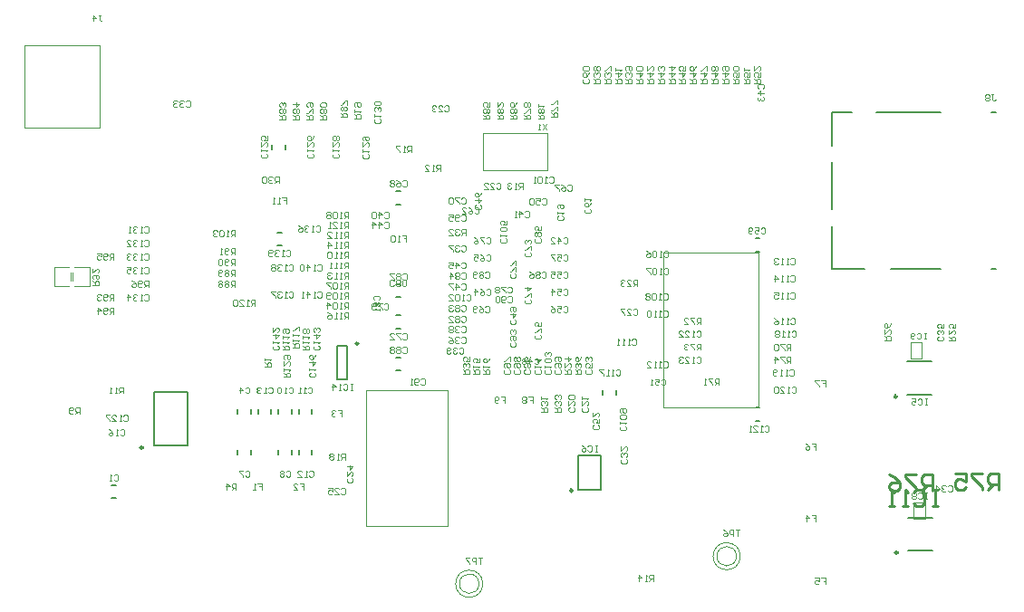
<source format=gbo>
G04*
G04 #@! TF.GenerationSoftware,Altium Limited,Altium Designer,19.1.9 (167)*
G04*
G04 Layer_Color=32896*
%FSLAX25Y25*%
%MOIN*%
G70*
G01*
G75*
%ADD10C,0.00984*%
%ADD11C,0.00100*%
%ADD12C,0.00787*%
%ADD14C,0.01000*%
%ADD15C,0.00300*%
%ADD135C,0.00500*%
D10*
X320431Y23510D02*
G03*
X320431Y23510I-492J0D01*
G01*
X122004Y100587D02*
G03*
X122004Y100587I-492J0D01*
G01*
X200799Y46404D02*
G03*
X200799Y46404I-492J0D01*
G01*
X320131Y81010D02*
G03*
X320131Y81010I-492J0D01*
G01*
X42764Y62154D02*
G03*
X42764Y62154I-492J0D01*
G01*
D11*
X167800Y12100D02*
G03*
X167800Y12100I-5000J0D01*
G01*
X166400D02*
G03*
X166400Y12100I-3600J0D01*
G01*
X262506Y22217D02*
G03*
X262506Y22217I-5000J0D01*
G01*
X261105D02*
G03*
X261105Y22217I-3600J0D01*
G01*
X-788Y210334D02*
X26771D01*
Y180020D02*
Y210334D01*
X-788Y180020D02*
X26771D01*
X-788D02*
Y210334D01*
X167823Y164210D02*
X191445D01*
X167823D02*
Y177990D01*
X191445D01*
Y164210D02*
Y177990D01*
X125000Y33500D02*
Y83500D01*
X155000D01*
Y33500D02*
Y83500D01*
X125000Y33500D02*
X155000D01*
X329167Y95047D02*
Y100953D01*
X325033D02*
X329167D01*
X325033Y95047D02*
Y100953D01*
Y95047D02*
X329167D01*
X330467Y36147D02*
Y42053D01*
X326333D02*
X330467D01*
X326333Y36147D02*
Y42053D01*
Y36147D02*
X330467D01*
X10035Y128583D02*
X15535D01*
X10035Y121583D02*
Y128583D01*
X17535Y121583D02*
X23035D01*
Y122083D01*
Y128583D01*
X17535D02*
X23035D01*
X16935Y123583D02*
Y126583D01*
X16235Y123583D02*
Y126583D01*
X10035Y121583D02*
X15535D01*
X234034Y76926D02*
Y134176D01*
X269234D01*
Y76926D02*
Y134176D01*
X234034Y76926D02*
X269234D01*
D12*
X324072Y36502D02*
X333128D01*
X324072Y24298D02*
X333128D01*
X114032Y87398D02*
Y99602D01*
X117968Y87398D02*
Y99602D01*
X114032Y87398D02*
X117968D01*
X114032Y99602D02*
X117968D01*
X202866Y46601D02*
Y59199D01*
X211134Y46601D02*
Y59199D01*
X202866Y46601D02*
X211134D01*
X202866Y59199D02*
X211134D01*
X323772Y94002D02*
X332828D01*
X323772Y81798D02*
X332828D01*
X46701Y82842D02*
X59299D01*
X46701Y63157D02*
X59299D01*
Y82842D01*
X46701Y63157D02*
Y82842D01*
X92213Y136539D02*
X93787D01*
X92213Y141461D02*
X93787D01*
X90139Y172113D02*
Y173687D01*
X95061Y172113D02*
Y173687D01*
X268113Y72039D02*
X269687D01*
X268113Y76961D02*
X269687D01*
X211939Y81713D02*
Y83287D01*
X216861Y81713D02*
Y83287D01*
X135913Y95461D02*
X137487D01*
X135913Y90539D02*
X137487D01*
X135913Y122461D02*
X137487D01*
X135913Y117539D02*
X137487D01*
X135913Y110961D02*
X137487D01*
X135913Y106039D02*
X137487D01*
X268113Y134339D02*
X269687D01*
X268113Y139261D02*
X269687D01*
X135913Y151839D02*
X137487D01*
X135913Y156761D02*
X137487D01*
X85039Y74713D02*
Y76287D01*
X89961Y74713D02*
Y76287D01*
X100039Y59713D02*
Y61287D01*
X104961Y59713D02*
Y61287D01*
X100039Y74713D02*
Y76287D01*
X104961Y74713D02*
Y76287D01*
X97461Y74713D02*
Y76287D01*
X92539Y74713D02*
Y76287D01*
Y59713D02*
Y61287D01*
X97461Y59713D02*
Y61287D01*
X82461Y59713D02*
Y61287D01*
X77539Y59713D02*
Y61287D01*
X82461Y74713D02*
Y76287D01*
X77539Y74713D02*
Y76287D01*
X31213Y43539D02*
X32787D01*
X31213Y48461D02*
X32787D01*
D14*
X333200Y46200D02*
Y52198D01*
X330201D01*
X329201Y51198D01*
Y49199D01*
X330201Y48199D01*
X333200D01*
X331201D02*
X329201Y46200D01*
X327202Y52198D02*
X323203D01*
Y51198D01*
X327202Y47200D01*
Y46200D01*
X317205Y52198D02*
X319205Y51198D01*
X321204Y49199D01*
Y47200D01*
X320204Y46200D01*
X318205D01*
X317205Y47200D01*
Y48199D01*
X318205Y49199D01*
X321204D01*
X357400Y46600D02*
Y52598D01*
X354401D01*
X353401Y51598D01*
Y49599D01*
X354401Y48599D01*
X357400D01*
X355401D02*
X353401Y46600D01*
X351402Y52598D02*
X347403D01*
Y51598D01*
X351402Y47600D01*
Y46600D01*
X341405Y52598D02*
X345404D01*
Y49599D01*
X343405Y50599D01*
X342405D01*
X341405Y49599D01*
Y47600D01*
X342405Y46600D01*
X344404D01*
X345404Y47600D01*
X335100Y46598D02*
X333101D01*
X334100D01*
Y40600D01*
X335100D01*
X333101D01*
X326103Y45598D02*
X327103Y46598D01*
X329102D01*
X330102Y45598D01*
Y41600D01*
X329102Y40600D01*
X327103D01*
X326103Y41600D01*
X324104Y40600D02*
X322104D01*
X323104D01*
Y46598D01*
X324104Y45598D01*
X319105Y40600D02*
X317106D01*
X318106D01*
Y46598D01*
X319105Y45598D01*
D15*
X168000Y89400D02*
X170299D01*
Y90550D01*
X169916Y90933D01*
X169150D01*
X168766Y90550D01*
Y89400D01*
Y90166D02*
X168000Y90933D01*
Y91699D02*
Y92466D01*
Y92083D01*
X170299D01*
X169916Y91699D01*
X170299Y95148D02*
X169916Y94382D01*
X169150Y93615D01*
X168383D01*
X168000Y93998D01*
Y94765D01*
X168383Y95148D01*
X168766D01*
X169150Y94765D01*
Y93615D01*
X220116Y70133D02*
X220499Y69750D01*
Y68983D01*
X220116Y68600D01*
X218583D01*
X218200Y68983D01*
Y69750D01*
X218583Y70133D01*
X218200Y70899D02*
Y71666D01*
Y71283D01*
X220499D01*
X220116Y70899D01*
Y72815D02*
X220499Y73198D01*
Y73965D01*
X220116Y74348D01*
X218583D01*
X218200Y73965D01*
Y73198D01*
X218583Y72815D01*
X220116D01*
X218583Y75115D02*
X218200Y75498D01*
Y76264D01*
X218583Y76647D01*
X220116D01*
X220499Y76264D01*
Y75498D01*
X220116Y75115D01*
X219733D01*
X219350Y75498D01*
Y76647D01*
X177416Y90933D02*
X177799Y90550D01*
Y89783D01*
X177416Y89400D01*
X175883D01*
X175500Y89783D01*
Y90550D01*
X175883Y90933D01*
Y91699D02*
X175500Y92083D01*
Y92849D01*
X175883Y93232D01*
X177416D01*
X177799Y92849D01*
Y92083D01*
X177416Y91699D01*
X177033D01*
X176650Y92083D01*
Y93232D01*
X177799Y93998D02*
Y95531D01*
X177416D01*
X175883Y93998D01*
X175500D01*
X210216Y70533D02*
X210599Y70150D01*
Y69383D01*
X210216Y69000D01*
X208683D01*
X208300Y69383D01*
Y70150D01*
X208683Y70533D01*
X210599Y72832D02*
Y71299D01*
X209450D01*
X209833Y72066D01*
Y72449D01*
X209450Y72832D01*
X208683D01*
X208300Y72449D01*
Y71683D01*
X208683Y71299D01*
X208300Y75131D02*
Y73598D01*
X209833Y75131D01*
X210216D01*
X210599Y74748D01*
Y73982D01*
X210216Y73598D01*
X159867Y106516D02*
X160250Y106899D01*
X161017D01*
X161400Y106516D01*
Y104983D01*
X161017Y104600D01*
X160250D01*
X159867Y104983D01*
X159101Y106516D02*
X158718Y106899D01*
X157951D01*
X157568Y106516D01*
Y106133D01*
X157951Y105750D01*
X158334D01*
X157951D01*
X157568Y105366D01*
Y104983D01*
X157951Y104600D01*
X158718D01*
X159101Y104983D01*
X156801Y106516D02*
X156418Y106899D01*
X155652D01*
X155269Y106516D01*
Y106133D01*
X155652Y105750D01*
X155269Y105366D01*
Y104983D01*
X155652Y104600D01*
X156418D01*
X156801Y104983D01*
Y105366D01*
X156418Y105750D01*
X156801Y106133D01*
Y106516D01*
X156418Y105750D02*
X155652D01*
X159867Y102516D02*
X160250Y102899D01*
X161017D01*
X161400Y102516D01*
Y100983D01*
X161017Y100600D01*
X160250D01*
X159867Y100983D01*
X159101Y102516D02*
X158718Y102899D01*
X157951D01*
X157568Y102516D01*
Y102133D01*
X157951Y101750D01*
X158334D01*
X157951D01*
X157568Y101366D01*
Y100983D01*
X157951Y100600D01*
X158718D01*
X159101Y100983D01*
X155269Y102899D02*
X156035Y102516D01*
X156801Y101750D01*
Y100983D01*
X156418Y100600D01*
X155652D01*
X155269Y100983D01*
Y101366D01*
X155652Y101750D01*
X156801D01*
X188716Y90933D02*
X189099Y90550D01*
Y89783D01*
X188716Y89400D01*
X187183D01*
X186800Y89783D01*
Y90550D01*
X187183Y90933D01*
X186800Y91699D02*
Y92466D01*
Y92083D01*
X189099D01*
X188716Y91699D01*
X186800Y94765D02*
X189099D01*
X187950Y93615D01*
Y95148D01*
X120500Y183500D02*
X122799D01*
Y184650D01*
X122416Y185033D01*
X121650D01*
X121266Y184650D01*
Y183500D01*
Y184266D02*
X120500Y185033D01*
Y185799D02*
Y186566D01*
Y186182D01*
X122799D01*
X122416Y185799D01*
X120883Y187715D02*
X120500Y188099D01*
Y188865D01*
X120883Y189248D01*
X122416D01*
X122799Y188865D01*
Y188099D01*
X122416Y187715D01*
X122033D01*
X121650Y188099D01*
Y189248D01*
X339300Y101600D02*
X341599D01*
Y102750D01*
X341216Y103133D01*
X340450D01*
X340066Y102750D01*
Y101600D01*
Y102366D02*
X339300Y103133D01*
Y105432D02*
Y103899D01*
X340833Y105432D01*
X341216D01*
X341599Y105049D01*
Y104282D01*
X341216Y103899D01*
X341599Y107731D02*
Y106199D01*
X340450D01*
X340833Y106965D01*
Y107348D01*
X340450Y107731D01*
X339683D01*
X339300Y107348D01*
Y106582D01*
X339683Y106199D01*
X262300Y31899D02*
X260767D01*
X261534D01*
Y29600D01*
X260001D02*
Y31899D01*
X258851D01*
X258468Y31516D01*
Y30750D01*
X258851Y30366D01*
X260001D01*
X256169Y31899D02*
X256935Y31516D01*
X257701Y30750D01*
Y29983D01*
X257318Y29600D01*
X256552D01*
X256169Y29983D01*
Y30366D01*
X256552Y30750D01*
X257701D01*
X167573Y21764D02*
X166040D01*
X166807D01*
Y19465D01*
X165274D02*
Y21764D01*
X164124D01*
X163741Y21381D01*
Y20614D01*
X164124Y20231D01*
X165274D01*
X162975Y21764D02*
X161442D01*
Y21381D01*
X162975Y19848D01*
Y19465D01*
X197014Y147544D02*
X197398Y147161D01*
Y146394D01*
X197014Y146011D01*
X195482D01*
X195098Y146394D01*
Y147161D01*
X195482Y147544D01*
X195098Y148310D02*
Y149077D01*
Y148694D01*
X197398D01*
X197014Y148310D01*
X195482Y150226D02*
X195098Y150610D01*
Y151376D01*
X195482Y151759D01*
X197014D01*
X197398Y151376D01*
Y150610D01*
X197014Y150226D01*
X196631D01*
X196248Y150610D01*
Y151759D01*
X201232Y77033D02*
X201615Y76650D01*
Y75883D01*
X201232Y75500D01*
X199699D01*
X199316Y75883D01*
Y76650D01*
X199699Y77033D01*
X199316Y79332D02*
Y77799D01*
X200849Y79332D01*
X201232D01*
X201615Y78949D01*
Y78183D01*
X201232Y77799D01*
Y80098D02*
X201615Y80482D01*
Y81248D01*
X201232Y81631D01*
X199699D01*
X199316Y81248D01*
Y80482D01*
X199699Y80098D01*
X201232D01*
X206200Y77033D02*
X206583Y76650D01*
Y75883D01*
X206200Y75500D01*
X204667D01*
X204284Y75883D01*
Y76650D01*
X204667Y77033D01*
X204284Y79332D02*
Y77799D01*
X205817Y79332D01*
X206200D01*
X206583Y78949D01*
Y78183D01*
X206200Y77799D01*
X204284Y80098D02*
Y80865D01*
Y80482D01*
X206583D01*
X206200Y80098D01*
X172767Y159416D02*
X173150Y159799D01*
X173917D01*
X174300Y159416D01*
Y157883D01*
X173917Y157500D01*
X173150D01*
X172767Y157883D01*
X170468Y157500D02*
X172001D01*
X170468Y159033D01*
Y159416D01*
X170851Y159799D01*
X171617D01*
X172001Y159416D01*
X168169Y157500D02*
X169702D01*
X168169Y159033D01*
Y159416D01*
X168552Y159799D01*
X169318D01*
X169702Y159416D01*
X153667Y187816D02*
X154050Y188199D01*
X154817D01*
X155200Y187816D01*
Y186283D01*
X154817Y185900D01*
X154050D01*
X153667Y186283D01*
X151368Y185900D02*
X152901D01*
X151368Y187433D01*
Y187816D01*
X151751Y188199D01*
X152517D01*
X152901Y187816D01*
X150601D02*
X150218Y188199D01*
X149452D01*
X149069Y187816D01*
Y187433D01*
X149452Y187050D01*
X149835D01*
X149452D01*
X149069Y186666D01*
Y186283D01*
X149452Y185900D01*
X150218D01*
X150601Y186283D01*
X223067Y112916D02*
X223450Y113299D01*
X224217D01*
X224600Y112916D01*
Y111383D01*
X224217Y111000D01*
X223450D01*
X223067Y111383D01*
X220768Y111000D02*
X222301D01*
X220768Y112533D01*
Y112916D01*
X221151Y113299D01*
X221918D01*
X222301Y112916D01*
X220002Y113299D02*
X218469D01*
Y112916D01*
X220002Y111383D01*
Y111000D01*
X220416Y58033D02*
X220799Y57650D01*
Y56883D01*
X220416Y56500D01*
X218883D01*
X218500Y56883D01*
Y57650D01*
X218883Y58033D01*
X220416Y58799D02*
X220799Y59183D01*
Y59949D01*
X220416Y60332D01*
X220033D01*
X219650Y59949D01*
Y59566D01*
Y59949D01*
X219266Y60332D01*
X218883D01*
X218500Y59949D01*
Y59183D01*
X218883Y58799D01*
X218500Y62631D02*
Y61098D01*
X220033Y62631D01*
X220416D01*
X220799Y62248D01*
Y61482D01*
X220416Y61098D01*
X338867Y47916D02*
X339250Y48299D01*
X340017D01*
X340400Y47916D01*
Y46383D01*
X340017Y46000D01*
X339250D01*
X338867Y46383D01*
X338101Y47916D02*
X337718Y48299D01*
X336951D01*
X336568Y47916D01*
Y47533D01*
X336951Y47150D01*
X337334D01*
X336951D01*
X336568Y46766D01*
Y46383D01*
X336951Y46000D01*
X337718D01*
X338101Y46383D01*
X334652Y46000D02*
Y48299D01*
X335802Y47150D01*
X334269D01*
X336916Y103133D02*
X337299Y102750D01*
Y101983D01*
X336916Y101600D01*
X335383D01*
X335000Y101983D01*
Y102750D01*
X335383Y103133D01*
X336916Y103899D02*
X337299Y104282D01*
Y105049D01*
X336916Y105432D01*
X336533D01*
X336150Y105049D01*
Y104666D01*
Y105049D01*
X335766Y105432D01*
X335383D01*
X335000Y105049D01*
Y104282D01*
X335383Y103899D01*
X337299Y107731D02*
Y106199D01*
X336150D01*
X336533Y106965D01*
Y107348D01*
X336150Y107731D01*
X335383D01*
X335000Y107348D01*
Y106582D01*
X335383Y106199D01*
X131567Y148616D02*
X131950Y148999D01*
X132717D01*
X133100Y148616D01*
Y147083D01*
X132717Y146700D01*
X131950D01*
X131567Y147083D01*
X129651Y146700D02*
Y148999D01*
X130801Y147850D01*
X129268D01*
X128501Y148616D02*
X128118Y148999D01*
X127352D01*
X126969Y148616D01*
Y147083D01*
X127352Y146700D01*
X128118D01*
X128501Y147083D01*
Y148616D01*
X183267Y149016D02*
X183650Y149399D01*
X184417D01*
X184800Y149016D01*
Y147483D01*
X184417Y147100D01*
X183650D01*
X183267Y147483D01*
X181351Y147100D02*
Y149399D01*
X182501Y148250D01*
X180968D01*
X180201Y147100D02*
X179435D01*
X179818D01*
Y149399D01*
X180201Y149016D01*
X197367Y139216D02*
X197750Y139599D01*
X198517D01*
X198900Y139216D01*
Y137683D01*
X198517Y137300D01*
X197750D01*
X197367Y137683D01*
X195451Y137300D02*
Y139599D01*
X196601Y138450D01*
X195068D01*
X192769Y137300D02*
X194301D01*
X192769Y138833D01*
Y139216D01*
X193152Y139599D01*
X193918D01*
X194301Y139216D01*
X269184Y194481D02*
X268801Y194864D01*
Y195630D01*
X269184Y196013D01*
X270717D01*
X271100Y195630D01*
Y194864D01*
X270717Y194481D01*
X271100Y192564D02*
X268801D01*
X269950Y193714D01*
Y192181D01*
X269184Y191415D02*
X268801Y191032D01*
Y190265D01*
X269184Y189882D01*
X269567D01*
X269950Y190265D01*
Y190648D01*
Y190265D01*
X270334Y189882D01*
X270717D01*
X271100Y190265D01*
Y191032D01*
X270717Y191415D01*
X131567Y145016D02*
X131950Y145399D01*
X132717D01*
X133100Y145016D01*
Y143483D01*
X132717Y143100D01*
X131950D01*
X131567Y143483D01*
X129651Y143100D02*
Y145399D01*
X130801Y144250D01*
X129268D01*
X127352Y143100D02*
Y145399D01*
X128501Y144250D01*
X126969D01*
X159867Y130116D02*
X160250Y130499D01*
X161017D01*
X161400Y130116D01*
Y128583D01*
X161017Y128200D01*
X160250D01*
X159867Y128583D01*
X157951Y128200D02*
Y130499D01*
X159101Y129350D01*
X157568D01*
X155269Y130499D02*
X156801D01*
Y129350D01*
X156035Y129733D01*
X155652D01*
X155269Y129350D01*
Y128583D01*
X155652Y128200D01*
X156418D01*
X156801Y128583D01*
X166823Y151560D02*
X167206Y151177D01*
Y150411D01*
X166823Y150028D01*
X165290D01*
X164907Y150411D01*
Y151177D01*
X165290Y151560D01*
X164907Y153476D02*
X167206D01*
X166057Y152327D01*
Y153860D01*
X167206Y156159D02*
X166823Y155393D01*
X166057Y154626D01*
X165290D01*
X164907Y155009D01*
Y155776D01*
X165290Y156159D01*
X165673D01*
X166057Y155776D01*
Y154626D01*
X159867Y122216D02*
X160250Y122599D01*
X161017D01*
X161400Y122216D01*
Y120683D01*
X161017Y120300D01*
X160250D01*
X159867Y120683D01*
X157951Y120300D02*
Y122599D01*
X159101Y121450D01*
X157568D01*
X156801Y122599D02*
X155269D01*
Y122216D01*
X156801Y120683D01*
Y120300D01*
X186751Y94766D02*
X187134Y95149D01*
X187901D01*
X188284Y94766D01*
Y93233D01*
X187901Y92850D01*
X187134D01*
X186751Y93233D01*
X184835Y92850D02*
Y95149D01*
X185985Y94000D01*
X184452D01*
X183685Y94766D02*
X183302Y95149D01*
X182536D01*
X182152Y94766D01*
Y94383D01*
X182536Y94000D01*
X182152Y93616D01*
Y93233D01*
X182536Y92850D01*
X183302D01*
X183685Y93233D01*
Y93616D01*
X183302Y94000D01*
X183685Y94383D01*
Y94766D01*
X183302Y94000D02*
X182536D01*
X179616Y109333D02*
X179999Y108950D01*
Y108183D01*
X179616Y107800D01*
X178083D01*
X177700Y108183D01*
Y108950D01*
X178083Y109333D01*
X177700Y111249D02*
X179999D01*
X178850Y110099D01*
Y111632D01*
X178083Y112399D02*
X177700Y112782D01*
Y113548D01*
X178083Y113931D01*
X179616D01*
X179999Y113548D01*
Y112782D01*
X179616Y112399D01*
X179233D01*
X178850Y112782D01*
Y113931D01*
X189592Y153616D02*
X189975Y153999D01*
X190741D01*
X191125Y153616D01*
Y152083D01*
X190741Y151700D01*
X189975D01*
X189592Y152083D01*
X187293Y153999D02*
X188825D01*
Y152850D01*
X188059Y153233D01*
X187676D01*
X187293Y152850D01*
Y152083D01*
X187676Y151700D01*
X188442D01*
X188825Y152083D01*
X186526Y153616D02*
X186143Y153999D01*
X185376D01*
X184993Y153616D01*
Y152083D01*
X185376Y151700D01*
X186143D01*
X186526Y152083D01*
Y153616D01*
X233367Y87116D02*
X233750Y87499D01*
X234517D01*
X234900Y87116D01*
Y85583D01*
X234517Y85200D01*
X233750D01*
X233367Y85583D01*
X231068Y87499D02*
X232601D01*
Y86350D01*
X231834Y86733D01*
X231451D01*
X231068Y86350D01*
Y85583D01*
X231451Y85200D01*
X232218D01*
X232601Y85583D01*
X230301Y85200D02*
X229535D01*
X229918D01*
Y87499D01*
X230301Y87116D01*
X207416Y90933D02*
X207799Y90550D01*
Y89783D01*
X207416Y89400D01*
X205883D01*
X205500Y89783D01*
Y90550D01*
X205883Y90933D01*
X207799Y93232D02*
Y91699D01*
X206650D01*
X207033Y92466D01*
Y92849D01*
X206650Y93232D01*
X205883D01*
X205500Y92849D01*
Y92083D01*
X205883Y91699D01*
X207416Y93998D02*
X207799Y94382D01*
Y95148D01*
X207416Y95531D01*
X207033D01*
X206650Y95148D01*
Y94765D01*
Y95148D01*
X206266Y95531D01*
X205883D01*
X205500Y95148D01*
Y94382D01*
X205883Y93998D01*
X197367Y120316D02*
X197750Y120699D01*
X198517D01*
X198900Y120316D01*
Y118783D01*
X198517Y118400D01*
X197750D01*
X197367Y118783D01*
X195068Y120699D02*
X196601D01*
Y119550D01*
X195834Y119933D01*
X195451D01*
X195068Y119550D01*
Y118783D01*
X195451Y118400D01*
X196218D01*
X196601Y118783D01*
X193152Y118400D02*
Y120699D01*
X194301Y119550D01*
X192769D01*
X197367Y126616D02*
X197750Y126999D01*
X198517D01*
X198900Y126616D01*
Y125083D01*
X198517Y124700D01*
X197750D01*
X197367Y125083D01*
X195068Y126999D02*
X196601D01*
Y125850D01*
X195834Y126233D01*
X195451D01*
X195068Y125850D01*
Y125083D01*
X195451Y124700D01*
X196218D01*
X196601Y125083D01*
X192769Y126999D02*
X194301D01*
Y125850D01*
X193535Y126233D01*
X193152D01*
X192769Y125850D01*
Y125083D01*
X193152Y124700D01*
X193918D01*
X194301Y125083D01*
X197367Y114016D02*
X197750Y114399D01*
X198517D01*
X198900Y114016D01*
Y112483D01*
X198517Y112100D01*
X197750D01*
X197367Y112483D01*
X195068Y114399D02*
X196601D01*
Y113250D01*
X195834Y113633D01*
X195451D01*
X195068Y113250D01*
Y112483D01*
X195451Y112100D01*
X196218D01*
X196601Y112483D01*
X192769Y114399D02*
X193535Y114016D01*
X194301Y113250D01*
Y112483D01*
X193918Y112100D01*
X193152D01*
X192769Y112483D01*
Y112866D01*
X193152Y113250D01*
X194301D01*
X197367Y132916D02*
X197750Y133299D01*
X198517D01*
X198900Y132916D01*
Y131383D01*
X198517Y131000D01*
X197750D01*
X197367Y131383D01*
X195068Y133299D02*
X196601D01*
Y132150D01*
X195834Y132533D01*
X195451D01*
X195068Y132150D01*
Y131383D01*
X195451Y131000D01*
X196218D01*
X196601Y131383D01*
X194301Y133299D02*
X192769D01*
Y132916D01*
X194301Y131383D01*
Y131000D01*
X270067Y142816D02*
X270450Y143199D01*
X271217D01*
X271600Y142816D01*
Y141283D01*
X271217Y140900D01*
X270450D01*
X270067Y141283D01*
X267768Y143199D02*
X269301D01*
Y142050D01*
X268534Y142433D01*
X268151D01*
X267768Y142050D01*
Y141283D01*
X268151Y140900D01*
X268917D01*
X269301Y141283D01*
X267002D02*
X266618Y140900D01*
X265852D01*
X265469Y141283D01*
Y142816D01*
X265852Y143199D01*
X266618D01*
X267002Y142816D01*
Y142433D01*
X266618Y142050D01*
X265469D01*
X206516Y198033D02*
X206899Y197650D01*
Y196883D01*
X206516Y196500D01*
X204983D01*
X204600Y196883D01*
Y197650D01*
X204983Y198033D01*
X206899Y200332D02*
X206516Y199566D01*
X205750Y198799D01*
X204983D01*
X204600Y199182D01*
Y199949D01*
X204983Y200332D01*
X205366D01*
X205750Y199949D01*
Y198799D01*
X206516Y201098D02*
X206899Y201482D01*
Y202248D01*
X206516Y202631D01*
X204983D01*
X204600Y202248D01*
Y201482D01*
X204983Y201098D01*
X206516D01*
X207187Y150102D02*
X207571Y149719D01*
Y148952D01*
X207187Y148569D01*
X205654D01*
X205271Y148952D01*
Y149719D01*
X205654Y150102D01*
X207571Y152401D02*
X207187Y151635D01*
X206421Y150869D01*
X205654D01*
X205271Y151252D01*
Y152018D01*
X205654Y152401D01*
X206038D01*
X206421Y152018D01*
Y150869D01*
X205271Y153168D02*
Y153934D01*
Y153551D01*
X207571D01*
X207187Y153168D01*
X164723Y150243D02*
X165106Y150627D01*
X165873D01*
X166256Y150243D01*
Y148711D01*
X165873Y148327D01*
X165106D01*
X164723Y148711D01*
X162424Y150627D02*
X163190Y150243D01*
X163957Y149477D01*
Y148711D01*
X163574Y148327D01*
X162807D01*
X162424Y148711D01*
Y149094D01*
X162807Y149477D01*
X163957D01*
X160125Y148327D02*
X161658D01*
X160125Y149860D01*
Y150243D01*
X160508Y150627D01*
X161274D01*
X161658Y150243D01*
X169067Y120316D02*
X169450Y120699D01*
X170217D01*
X170600Y120316D01*
Y118783D01*
X170217Y118400D01*
X169450D01*
X169067Y118783D01*
X166768Y120699D02*
X167534Y120316D01*
X168301Y119550D01*
Y118783D01*
X167918Y118400D01*
X167151D01*
X166768Y118783D01*
Y119166D01*
X167151Y119550D01*
X168301D01*
X164852Y118400D02*
Y120699D01*
X166001Y119550D01*
X164469D01*
X169067Y132916D02*
X169450Y133299D01*
X170217D01*
X170600Y132916D01*
Y131383D01*
X170217Y131000D01*
X169450D01*
X169067Y131383D01*
X166768Y133299D02*
X167534Y132916D01*
X168301Y132150D01*
Y131383D01*
X167918Y131000D01*
X167151D01*
X166768Y131383D01*
Y131766D01*
X167151Y132150D01*
X168301D01*
X164469Y133299D02*
X166001D01*
Y132150D01*
X165235Y132533D01*
X164852D01*
X164469Y132150D01*
Y131383D01*
X164852Y131000D01*
X165618D01*
X166001Y131383D01*
X198943Y158734D02*
X199326Y159117D01*
X200092D01*
X200476Y158734D01*
Y157201D01*
X200092Y156818D01*
X199326D01*
X198943Y157201D01*
X196643Y159117D02*
X197410Y158734D01*
X198176Y157968D01*
Y157201D01*
X197793Y156818D01*
X197027D01*
X196643Y157201D01*
Y157585D01*
X197027Y157968D01*
X198176D01*
X195877Y159117D02*
X194344D01*
Y158734D01*
X195877Y157201D01*
Y156818D01*
X138267Y160316D02*
X138650Y160699D01*
X139417D01*
X139800Y160316D01*
Y158783D01*
X139417Y158400D01*
X138650D01*
X138267Y158783D01*
X135968Y160699D02*
X136734Y160316D01*
X137501Y159550D01*
Y158783D01*
X137118Y158400D01*
X136351D01*
X135968Y158783D01*
Y159166D01*
X136351Y159550D01*
X137501D01*
X135202Y160316D02*
X134818Y160699D01*
X134052D01*
X133669Y160316D01*
Y159933D01*
X134052Y159550D01*
X133669Y159166D01*
Y158783D01*
X134052Y158400D01*
X134818D01*
X135202Y158783D01*
Y159166D01*
X134818Y159550D01*
X135202Y159933D01*
Y160316D01*
X134818Y159550D02*
X134052D01*
X168667Y114016D02*
X169050Y114399D01*
X169817D01*
X170200Y114016D01*
Y112483D01*
X169817Y112100D01*
X169050D01*
X168667Y112483D01*
X166368Y114399D02*
X167134Y114016D01*
X167901Y113250D01*
Y112483D01*
X167517Y112100D01*
X166751D01*
X166368Y112483D01*
Y112866D01*
X166751Y113250D01*
X167901D01*
X165602Y112483D02*
X165218Y112100D01*
X164452D01*
X164069Y112483D01*
Y114016D01*
X164452Y114399D01*
X165218D01*
X165602Y114016D01*
Y113633D01*
X165218Y113250D01*
X164069D01*
X138267Y104016D02*
X138650Y104399D01*
X139417D01*
X139800Y104016D01*
Y102483D01*
X139417Y102100D01*
X138650D01*
X138267Y102483D01*
X137501Y104399D02*
X135968D01*
Y104016D01*
X137501Y102483D01*
Y102100D01*
X133669D02*
X135202D01*
X133669Y103633D01*
Y104016D01*
X134052Y104399D01*
X134818D01*
X135202Y104016D01*
X185116Y134133D02*
X185499Y133750D01*
Y132983D01*
X185116Y132600D01*
X183583D01*
X183200Y132983D01*
Y133750D01*
X183583Y134133D01*
X185499Y134899D02*
Y136432D01*
X185116D01*
X183583Y134899D01*
X183200D01*
X185116Y137198D02*
X185499Y137582D01*
Y138348D01*
X185116Y138731D01*
X184733D01*
X184350Y138348D01*
Y137965D01*
Y138348D01*
X183966Y138731D01*
X183583D01*
X183200Y138348D01*
Y137582D01*
X183583Y137198D01*
X185116Y116833D02*
X185499Y116450D01*
Y115683D01*
X185116Y115300D01*
X183583D01*
X183200Y115683D01*
Y116450D01*
X183583Y116833D01*
X185499Y117599D02*
Y119132D01*
X185116D01*
X183583Y117599D01*
X183200D01*
Y121048D02*
X185499D01*
X184350Y119898D01*
Y121431D01*
X188716Y103833D02*
X189099Y103450D01*
Y102683D01*
X188716Y102300D01*
X187183D01*
X186800Y102683D01*
Y103450D01*
X187183Y103833D01*
X189099Y104599D02*
Y106132D01*
X188716D01*
X187183Y104599D01*
X186800D01*
X189099Y108431D02*
Y106898D01*
X187950D01*
X188333Y107665D01*
Y108048D01*
X187950Y108431D01*
X187183D01*
X186800Y108048D01*
Y107282D01*
X187183Y106898D01*
X169067Y139216D02*
X169450Y139599D01*
X170217D01*
X170600Y139216D01*
Y137683D01*
X170217Y137300D01*
X169450D01*
X169067Y137683D01*
X168301Y139599D02*
X166768D01*
Y139216D01*
X168301Y137683D01*
Y137300D01*
X164469Y139599D02*
X165235Y139216D01*
X166001Y138450D01*
Y137683D01*
X165618Y137300D01*
X164852D01*
X164469Y137683D01*
Y138066D01*
X164852Y138450D01*
X166001D01*
X179616Y126333D02*
X179999Y125950D01*
Y125183D01*
X179616Y124800D01*
X178083D01*
X177700Y125183D01*
Y125950D01*
X178083Y126333D01*
X179999Y127099D02*
Y128632D01*
X179616D01*
X178083Y127099D01*
X177700D01*
X179999Y129399D02*
Y130931D01*
X179616D01*
X178083Y129399D01*
X177700D01*
X176867Y121116D02*
X177250Y121499D01*
X178017D01*
X178400Y121116D01*
Y119583D01*
X178017Y119200D01*
X177250D01*
X176867Y119583D01*
X176101Y121499D02*
X174568D01*
Y121116D01*
X176101Y119583D01*
Y119200D01*
X173802Y121116D02*
X173418Y121499D01*
X172652D01*
X172269Y121116D01*
Y120733D01*
X172652Y120350D01*
X172269Y119966D01*
Y119583D01*
X172652Y119200D01*
X173418D01*
X173802Y119583D01*
Y119966D01*
X173418Y120350D01*
X173802Y120733D01*
Y121116D01*
X173418Y120350D02*
X172652D01*
X135071Y121990D02*
X134687Y121607D01*
X133921D01*
X133538Y121990D01*
Y123523D01*
X133921Y123906D01*
X134687D01*
X135071Y123523D01*
X135837Y121990D02*
X136220Y121607D01*
X136987D01*
X137370Y121990D01*
Y122373D01*
X136987Y122756D01*
X137370Y123139D01*
Y123523D01*
X136987Y123906D01*
X136220D01*
X135837Y123523D01*
Y123139D01*
X136220Y122756D01*
X135837Y122373D01*
Y121990D01*
X136220Y122756D02*
X136987D01*
X138136Y121990D02*
X138520Y121607D01*
X139286D01*
X139669Y121990D01*
Y123523D01*
X139286Y123906D01*
X138520D01*
X138136Y123523D01*
Y121990D01*
X127950Y116544D02*
X127567Y116927D01*
Y117693D01*
X127950Y118077D01*
X129483D01*
X129866Y117693D01*
Y116927D01*
X129483Y116544D01*
X127950Y115777D02*
X127567Y115394D01*
Y114628D01*
X127950Y114244D01*
X128333D01*
X128716Y114628D01*
X129099Y114244D01*
X129483D01*
X129866Y114628D01*
Y115394D01*
X129483Y115777D01*
X129099D01*
X128716Y115394D01*
X128333Y115777D01*
X127950D01*
X128716Y115394D02*
Y114628D01*
X129866Y113478D02*
Y112712D01*
Y113095D01*
X127567D01*
X127950Y113478D01*
X159867Y110416D02*
X160250Y110799D01*
X161017D01*
X161400Y110416D01*
Y108883D01*
X161017Y108500D01*
X160250D01*
X159867Y108883D01*
X159101Y110416D02*
X158718Y110799D01*
X157951D01*
X157568Y110416D01*
Y110033D01*
X157951Y109650D01*
X157568Y109266D01*
Y108883D01*
X157951Y108500D01*
X158718D01*
X159101Y108883D01*
Y109266D01*
X158718Y109650D01*
X159101Y110033D01*
Y110416D01*
X158718Y109650D02*
X157951D01*
X155269Y108500D02*
X156801D01*
X155269Y110033D01*
Y110416D01*
X155652Y110799D01*
X156418D01*
X156801Y110416D01*
X159867Y114416D02*
X160250Y114799D01*
X161017D01*
X161400Y114416D01*
Y112883D01*
X161017Y112500D01*
X160250D01*
X159867Y112883D01*
X159101Y114416D02*
X158718Y114799D01*
X157951D01*
X157568Y114416D01*
Y114033D01*
X157951Y113650D01*
X157568Y113266D01*
Y112883D01*
X157951Y112500D01*
X158718D01*
X159101Y112883D01*
Y113266D01*
X158718Y113650D01*
X159101Y114033D01*
Y114416D01*
X158718Y113650D02*
X157951D01*
X156801Y114416D02*
X156418Y114799D01*
X155652D01*
X155269Y114416D01*
Y114033D01*
X155652Y113650D01*
X156035D01*
X155652D01*
X155269Y113266D01*
Y112883D01*
X155652Y112500D01*
X156418D01*
X156801Y112883D01*
X159967Y126216D02*
X160350Y126599D01*
X161117D01*
X161500Y126216D01*
Y124683D01*
X161117Y124300D01*
X160350D01*
X159967Y124683D01*
X159201Y126216D02*
X158818Y126599D01*
X158051D01*
X157668Y126216D01*
Y125833D01*
X158051Y125450D01*
X157668Y125066D01*
Y124683D01*
X158051Y124300D01*
X158818D01*
X159201Y124683D01*
Y125066D01*
X158818Y125450D01*
X159201Y125833D01*
Y126216D01*
X158818Y125450D02*
X158051D01*
X155752Y124300D02*
Y126599D01*
X156902Y125450D01*
X155369D01*
X188716Y139233D02*
X189099Y138850D01*
Y138083D01*
X188716Y137700D01*
X187183D01*
X186800Y138083D01*
Y138850D01*
X187183Y139233D01*
X188716Y139999D02*
X189099Y140383D01*
Y141149D01*
X188716Y141532D01*
X188333D01*
X187950Y141149D01*
X187566Y141532D01*
X187183D01*
X186800Y141149D01*
Y140383D01*
X187183Y139999D01*
X187566D01*
X187950Y140383D01*
X188333Y139999D01*
X188716D01*
X187950Y140383D02*
Y141149D01*
X189099Y143831D02*
Y142298D01*
X187950D01*
X188333Y143065D01*
Y143448D01*
X187950Y143831D01*
X187183D01*
X186800Y143448D01*
Y142682D01*
X187183Y142298D01*
X189467Y126616D02*
X189850Y126999D01*
X190617D01*
X191000Y126616D01*
Y125083D01*
X190617Y124700D01*
X189850D01*
X189467Y125083D01*
X188701Y126616D02*
X188318Y126999D01*
X187551D01*
X187168Y126616D01*
Y126233D01*
X187551Y125850D01*
X187168Y125466D01*
Y125083D01*
X187551Y124700D01*
X188318D01*
X188701Y125083D01*
Y125466D01*
X188318Y125850D01*
X188701Y126233D01*
Y126616D01*
X188318Y125850D02*
X187551D01*
X184869Y126999D02*
X185635Y126616D01*
X186401Y125850D01*
Y125083D01*
X186018Y124700D01*
X185252D01*
X184869Y125083D01*
Y125466D01*
X185252Y125850D01*
X186401D01*
X138267Y126016D02*
X138650Y126399D01*
X139417D01*
X139800Y126016D01*
Y124483D01*
X139417Y124100D01*
X138650D01*
X138267Y124483D01*
X137501Y126016D02*
X137118Y126399D01*
X136351D01*
X135968Y126016D01*
Y125633D01*
X136351Y125250D01*
X135968Y124866D01*
Y124483D01*
X136351Y124100D01*
X137118D01*
X137501Y124483D01*
Y124866D01*
X137118Y125250D01*
X137501Y125633D01*
Y126016D01*
X137118Y125250D02*
X136351D01*
X135202Y126399D02*
X133669D01*
Y126016D01*
X135202Y124483D01*
Y124100D01*
X138267Y99016D02*
X138650Y99399D01*
X139417D01*
X139800Y99016D01*
Y97483D01*
X139417Y97100D01*
X138650D01*
X138267Y97483D01*
X137501Y99016D02*
X137118Y99399D01*
X136351D01*
X135968Y99016D01*
Y98633D01*
X136351Y98250D01*
X135968Y97866D01*
Y97483D01*
X136351Y97100D01*
X137118D01*
X137501Y97483D01*
Y97866D01*
X137118Y98250D01*
X137501Y98633D01*
Y99016D01*
X137118Y98250D02*
X136351D01*
X135202Y99016D02*
X134818Y99399D01*
X134052D01*
X133669Y99016D01*
Y98633D01*
X134052Y98250D01*
X133669Y97866D01*
Y97483D01*
X134052Y97100D01*
X134818D01*
X135202Y97483D01*
Y97866D01*
X134818Y98250D01*
X135202Y98633D01*
Y99016D01*
X134818Y98250D02*
X134052D01*
X168667Y126616D02*
X169050Y126999D01*
X169817D01*
X170200Y126616D01*
Y125083D01*
X169817Y124700D01*
X169050D01*
X168667Y125083D01*
X167901Y126616D02*
X167517Y126999D01*
X166751D01*
X166368Y126616D01*
Y126233D01*
X166751Y125850D01*
X166368Y125466D01*
Y125083D01*
X166751Y124700D01*
X167517D01*
X167901Y125083D01*
Y125466D01*
X167517Y125850D01*
X167901Y126233D01*
Y126616D01*
X167517Y125850D02*
X166751D01*
X165602Y125083D02*
X165218Y124700D01*
X164452D01*
X164069Y125083D01*
Y126616D01*
X164452Y126999D01*
X165218D01*
X165602Y126616D01*
Y126233D01*
X165218Y125850D01*
X164069D01*
X176967Y117516D02*
X177350Y117899D01*
X178117D01*
X178500Y117516D01*
Y115983D01*
X178117Y115600D01*
X177350D01*
X176967Y115983D01*
X176201D02*
X175818Y115600D01*
X175051D01*
X174668Y115983D01*
Y117516D01*
X175051Y117899D01*
X175818D01*
X176201Y117516D01*
Y117133D01*
X175818Y116750D01*
X174668D01*
X173901Y117516D02*
X173518Y117899D01*
X172752D01*
X172369Y117516D01*
Y115983D01*
X172752Y115600D01*
X173518D01*
X173901Y115983D01*
Y117516D01*
X179616Y101033D02*
X179999Y100650D01*
Y99883D01*
X179616Y99500D01*
X178083D01*
X177700Y99883D01*
Y100650D01*
X178083Y101033D01*
Y101799D02*
X177700Y102182D01*
Y102949D01*
X178083Y103332D01*
X179616D01*
X179999Y102949D01*
Y102182D01*
X179616Y101799D01*
X179233D01*
X178850Y102182D01*
Y103332D01*
X179616Y104098D02*
X179999Y104482D01*
Y105248D01*
X179616Y105631D01*
X179233D01*
X178850Y105248D01*
Y104865D01*
Y105248D01*
X178466Y105631D01*
X178083D01*
X177700Y105248D01*
Y104482D01*
X178083Y104098D01*
X159867Y147616D02*
X160250Y147999D01*
X161017D01*
X161400Y147616D01*
Y146083D01*
X161017Y145700D01*
X160250D01*
X159867Y146083D01*
X159101D02*
X158718Y145700D01*
X157951D01*
X157568Y146083D01*
Y147616D01*
X157951Y147999D01*
X158718D01*
X159101Y147616D01*
Y147233D01*
X158718Y146850D01*
X157568D01*
X155269Y147999D02*
X156801D01*
Y146850D01*
X156035Y147233D01*
X155652D01*
X155269Y146850D01*
Y146083D01*
X155652Y145700D01*
X156418D01*
X156801Y146083D01*
X184916Y90933D02*
X185299Y90550D01*
Y89783D01*
X184916Y89400D01*
X183383D01*
X183000Y89783D01*
Y90550D01*
X183383Y90933D01*
Y91699D02*
X183000Y92083D01*
Y92849D01*
X183383Y93232D01*
X184916D01*
X185299Y92849D01*
Y92083D01*
X184916Y91699D01*
X184533D01*
X184150Y92083D01*
Y93232D01*
X185299Y95531D02*
X184916Y94765D01*
X184150Y93998D01*
X183383D01*
X183000Y94382D01*
Y95148D01*
X183383Y95531D01*
X183766D01*
X184150Y95148D01*
Y93998D01*
X181116Y90933D02*
X181499Y90550D01*
Y89783D01*
X181116Y89400D01*
X179583D01*
X179200Y89783D01*
Y90550D01*
X179583Y90933D01*
Y91699D02*
X179200Y92083D01*
Y92849D01*
X179583Y93232D01*
X181116D01*
X181499Y92849D01*
Y92083D01*
X181116Y91699D01*
X180733D01*
X180350Y92083D01*
Y93232D01*
X181116Y93998D02*
X181499Y94382D01*
Y95148D01*
X181116Y95531D01*
X180733D01*
X180350Y95148D01*
X179966Y95531D01*
X179583D01*
X179200Y95148D01*
Y94382D01*
X179583Y93998D01*
X179966D01*
X180350Y94382D01*
X180733Y93998D01*
X181116D01*
X180350Y94382D02*
Y95148D01*
X196216Y90933D02*
X196599Y90550D01*
Y89783D01*
X196216Y89400D01*
X194683D01*
X194300Y89783D01*
Y90550D01*
X194683Y90933D01*
Y91699D02*
X194300Y92083D01*
Y92849D01*
X194683Y93232D01*
X196216D01*
X196599Y92849D01*
Y92083D01*
X196216Y91699D01*
X195833D01*
X195450Y92083D01*
Y93232D01*
X194683Y93998D02*
X194300Y94382D01*
Y95148D01*
X194683Y95531D01*
X196216D01*
X196599Y95148D01*
Y94382D01*
X196216Y93998D01*
X195833D01*
X195450Y94382D01*
Y95531D01*
X192167Y161650D02*
X192550Y162033D01*
X193316D01*
X193700Y161650D01*
Y160117D01*
X193316Y159734D01*
X192550D01*
X192167Y160117D01*
X191400Y159734D02*
X190634D01*
X191017D01*
Y162033D01*
X191400Y161650D01*
X189484D02*
X189101Y162033D01*
X188335D01*
X187951Y161650D01*
Y160117D01*
X188335Y159734D01*
X189101D01*
X189484Y160117D01*
Y161650D01*
X187185Y159734D02*
X186419D01*
X186802D01*
Y162033D01*
X187185Y161650D01*
X161767Y118316D02*
X162150Y118699D01*
X162917D01*
X163300Y118316D01*
Y116783D01*
X162917Y116400D01*
X162150D01*
X161767Y116783D01*
X161001Y116400D02*
X160234D01*
X160617D01*
Y118699D01*
X161001Y118316D01*
X159085D02*
X158702Y118699D01*
X157935D01*
X157552Y118316D01*
Y116783D01*
X157935Y116400D01*
X158702D01*
X159085Y116783D01*
Y118316D01*
X155253Y116400D02*
X156785D01*
X155253Y117933D01*
Y118316D01*
X155636Y118699D01*
X156402D01*
X156785Y118316D01*
X192416Y90933D02*
X192799Y90550D01*
Y89783D01*
X192416Y89400D01*
X190883D01*
X190500Y89783D01*
Y90550D01*
X190883Y90933D01*
X190500Y91699D02*
Y92466D01*
Y92083D01*
X192799D01*
X192416Y91699D01*
Y93615D02*
X192799Y93998D01*
Y94765D01*
X192416Y95148D01*
X190883D01*
X190500Y94765D01*
Y93998D01*
X190883Y93615D01*
X192416D01*
Y95915D02*
X192799Y96298D01*
Y97064D01*
X192416Y97447D01*
X192033D01*
X191650Y97064D01*
Y96681D01*
Y97064D01*
X191266Y97447D01*
X190883D01*
X190500Y97064D01*
Y96298D01*
X190883Y95915D01*
X176116Y139233D02*
X176499Y138850D01*
Y138083D01*
X176116Y137700D01*
X174583D01*
X174200Y138083D01*
Y138850D01*
X174583Y139233D01*
X174200Y139999D02*
Y140766D01*
Y140383D01*
X176499D01*
X176116Y139999D01*
Y141915D02*
X176499Y142298D01*
Y143065D01*
X176116Y143448D01*
X174583D01*
X174200Y143065D01*
Y142298D01*
X174583Y141915D01*
X176116D01*
X176499Y145747D02*
Y144215D01*
X175350D01*
X175733Y144981D01*
Y145364D01*
X175350Y145747D01*
X174583D01*
X174200Y145364D01*
Y144598D01*
X174583Y144215D01*
X234367Y134316D02*
X234750Y134699D01*
X235517D01*
X235900Y134316D01*
Y132783D01*
X235517Y132400D01*
X234750D01*
X234367Y132783D01*
X233601Y132400D02*
X232834D01*
X233218D01*
Y134699D01*
X233601Y134316D01*
X231685D02*
X231301Y134699D01*
X230535D01*
X230152Y134316D01*
Y132783D01*
X230535Y132400D01*
X231301D01*
X231685Y132783D01*
Y134316D01*
X227853Y134699D02*
X228619Y134316D01*
X229385Y133550D01*
Y132783D01*
X229002Y132400D01*
X228236D01*
X227853Y132783D01*
Y133166D01*
X228236Y133550D01*
X229385D01*
X234367Y128016D02*
X234750Y128399D01*
X235517D01*
X235900Y128016D01*
Y126483D01*
X235517Y126100D01*
X234750D01*
X234367Y126483D01*
X233601Y126100D02*
X232834D01*
X233218D01*
Y128399D01*
X233601Y128016D01*
X231685D02*
X231301Y128399D01*
X230535D01*
X230152Y128016D01*
Y126483D01*
X230535Y126100D01*
X231301D01*
X231685Y126483D01*
Y128016D01*
X229385Y128399D02*
X227853D01*
Y128016D01*
X229385Y126483D01*
Y126100D01*
X234167Y118616D02*
X234550Y118999D01*
X235317D01*
X235700Y118616D01*
Y117083D01*
X235317Y116700D01*
X234550D01*
X234167Y117083D01*
X233401Y116700D02*
X232634D01*
X233017D01*
Y118999D01*
X233401Y118616D01*
X231485D02*
X231101Y118999D01*
X230335D01*
X229952Y118616D01*
Y117083D01*
X230335Y116700D01*
X231101D01*
X231485Y117083D01*
Y118616D01*
X229185D02*
X228802Y118999D01*
X228036D01*
X227653Y118616D01*
Y118233D01*
X228036Y117850D01*
X227653Y117466D01*
Y117083D01*
X228036Y116700D01*
X228802D01*
X229185Y117083D01*
Y117466D01*
X228802Y117850D01*
X229185Y118233D01*
Y118616D01*
X228802Y117850D02*
X228036D01*
X234167Y112316D02*
X234550Y112699D01*
X235317D01*
X235700Y112316D01*
Y110783D01*
X235317Y110400D01*
X234550D01*
X234167Y110783D01*
X233401Y110400D02*
X232634D01*
X233017D01*
Y112699D01*
X233401Y112316D01*
X231485Y110400D02*
X230718D01*
X231101D01*
Y112699D01*
X231485Y112316D01*
X229569D02*
X229185Y112699D01*
X228419D01*
X228036Y112316D01*
Y110783D01*
X228419Y110400D01*
X229185D01*
X229569Y110783D01*
Y112316D01*
X222567Y101816D02*
X222950Y102199D01*
X223717D01*
X224100Y101816D01*
Y100283D01*
X223717Y99900D01*
X222950D01*
X222567Y100283D01*
X221801Y99900D02*
X221034D01*
X221417D01*
Y102199D01*
X221801Y101816D01*
X219885Y99900D02*
X219118D01*
X219501D01*
Y102199D01*
X219885Y101816D01*
X217969Y99900D02*
X217202D01*
X217585D01*
Y102199D01*
X217969Y101816D01*
X234167Y93516D02*
X234550Y93899D01*
X235317D01*
X235700Y93516D01*
Y91983D01*
X235317Y91600D01*
X234550D01*
X234167Y91983D01*
X233401Y91600D02*
X232634D01*
X233017D01*
Y93899D01*
X233401Y93516D01*
X231485Y91600D02*
X230718D01*
X231101D01*
Y93899D01*
X231485Y93516D01*
X228036Y91600D02*
X229569D01*
X228036Y93133D01*
Y93516D01*
X228419Y93899D01*
X229185D01*
X229569Y93516D01*
X280967Y131516D02*
X281350Y131899D01*
X282117D01*
X282500Y131516D01*
Y129983D01*
X282117Y129600D01*
X281350D01*
X280967Y129983D01*
X280201Y129600D02*
X279434D01*
X279818D01*
Y131899D01*
X280201Y131516D01*
X278285Y129600D02*
X277518D01*
X277902D01*
Y131899D01*
X278285Y131516D01*
X276369D02*
X275985Y131899D01*
X275219D01*
X274836Y131516D01*
Y131133D01*
X275219Y130750D01*
X275602D01*
X275219D01*
X274836Y130366D01*
Y129983D01*
X275219Y129600D01*
X275985D01*
X276369Y129983D01*
X280974Y125255D02*
X281357Y125638D01*
X282124D01*
X282507Y125255D01*
Y123722D01*
X282124Y123339D01*
X281357D01*
X280974Y123722D01*
X280208Y123339D02*
X279441D01*
X279825D01*
Y125638D01*
X280208Y125255D01*
X278292Y123339D02*
X277525D01*
X277908D01*
Y125638D01*
X278292Y125255D01*
X275226Y123339D02*
Y125638D01*
X276376Y124488D01*
X274843D01*
X280967Y119016D02*
X281350Y119399D01*
X282117D01*
X282500Y119016D01*
Y117483D01*
X282117Y117100D01*
X281350D01*
X280967Y117483D01*
X280201Y117100D02*
X279434D01*
X279818D01*
Y119399D01*
X280201Y119016D01*
X278285Y117100D02*
X277518D01*
X277902D01*
Y119399D01*
X278285Y119016D01*
X274836Y119399D02*
X276369D01*
Y118250D01*
X275602Y118633D01*
X275219D01*
X274836Y118250D01*
Y117483D01*
X275219Y117100D01*
X275985D01*
X276369Y117483D01*
X280987Y109503D02*
X281370Y109886D01*
X282136D01*
X282520Y109503D01*
Y107970D01*
X282136Y107587D01*
X281370D01*
X280987Y107970D01*
X280220Y107587D02*
X279454D01*
X279837D01*
Y109886D01*
X280220Y109503D01*
X278304Y107587D02*
X277538D01*
X277921D01*
Y109886D01*
X278304Y109503D01*
X274855Y109886D02*
X275622Y109503D01*
X276388Y108736D01*
Y107970D01*
X276005Y107587D01*
X275239D01*
X274855Y107970D01*
Y108353D01*
X275239Y108736D01*
X276388D01*
X216767Y90716D02*
X217150Y91099D01*
X217917D01*
X218300Y90716D01*
Y89183D01*
X217917Y88800D01*
X217150D01*
X216767Y89183D01*
X216001Y88800D02*
X215234D01*
X215617D01*
Y91099D01*
X216001Y90716D01*
X214085Y88800D02*
X213318D01*
X213702D01*
Y91099D01*
X214085Y90716D01*
X212169Y91099D02*
X210636D01*
Y90716D01*
X212169Y89183D01*
Y88800D01*
X281381Y104827D02*
X281764Y105210D01*
X282530D01*
X282913Y104827D01*
Y103294D01*
X282530Y102911D01*
X281764D01*
X281381Y103294D01*
X280614Y102911D02*
X279848D01*
X280231D01*
Y105210D01*
X280614Y104827D01*
X278698Y102911D02*
X277932D01*
X278315D01*
Y105210D01*
X278698Y104827D01*
X276782D02*
X276399Y105210D01*
X275632D01*
X275249Y104827D01*
Y104444D01*
X275632Y104061D01*
X275249Y103677D01*
Y103294D01*
X275632Y102911D01*
X276399D01*
X276782Y103294D01*
Y103677D01*
X276399Y104061D01*
X276782Y104444D01*
Y104827D01*
X276399Y104061D02*
X275632D01*
X280567Y90616D02*
X280950Y90999D01*
X281717D01*
X282100Y90616D01*
Y89083D01*
X281717Y88700D01*
X280950D01*
X280567Y89083D01*
X279801Y88700D02*
X279034D01*
X279417D01*
Y90999D01*
X279801Y90616D01*
X277885Y88700D02*
X277118D01*
X277502D01*
Y90999D01*
X277885Y90616D01*
X275969Y89083D02*
X275585Y88700D01*
X274819D01*
X274436Y89083D01*
Y90616D01*
X274819Y90999D01*
X275585D01*
X275969Y90616D01*
Y90233D01*
X275585Y89850D01*
X274436D01*
X281367Y84316D02*
X281750Y84699D01*
X282517D01*
X282900Y84316D01*
Y82783D01*
X282517Y82400D01*
X281750D01*
X281367Y82783D01*
X280601Y82400D02*
X279834D01*
X280218D01*
Y84699D01*
X280601Y84316D01*
X277152Y82400D02*
X278685D01*
X277152Y83933D01*
Y84316D01*
X277535Y84699D01*
X278302D01*
X278685Y84316D01*
X276385D02*
X276002Y84699D01*
X275236D01*
X274853Y84316D01*
Y82783D01*
X275236Y82400D01*
X276002D01*
X276385Y82783D01*
Y84316D01*
X271467Y70016D02*
X271850Y70399D01*
X272617D01*
X273000Y70016D01*
Y68483D01*
X272617Y68100D01*
X271850D01*
X271467Y68483D01*
X270701Y68100D02*
X269934D01*
X270318D01*
Y70399D01*
X270701Y70016D01*
X267252Y68100D02*
X268785D01*
X267252Y69633D01*
Y70016D01*
X267635Y70399D01*
X268402D01*
X268785Y70016D01*
X266485Y68100D02*
X265719D01*
X266102D01*
Y70399D01*
X266485Y70016D01*
X246367Y104816D02*
X246750Y105199D01*
X247517D01*
X247900Y104816D01*
Y103283D01*
X247517Y102900D01*
X246750D01*
X246367Y103283D01*
X245601Y102900D02*
X244834D01*
X245217D01*
Y105199D01*
X245601Y104816D01*
X242152Y102900D02*
X243685D01*
X242152Y104433D01*
Y104816D01*
X242535Y105199D01*
X243302D01*
X243685Y104816D01*
X239853Y102900D02*
X241385D01*
X239853Y104433D01*
Y104816D01*
X240236Y105199D01*
X241002D01*
X241385Y104816D01*
X246367Y95316D02*
X246750Y95699D01*
X247517D01*
X247900Y95316D01*
Y93783D01*
X247517Y93400D01*
X246750D01*
X246367Y93783D01*
X245601Y93400D02*
X244834D01*
X245217D01*
Y95699D01*
X245601Y95316D01*
X242152Y93400D02*
X243685D01*
X242152Y94933D01*
Y95316D01*
X242535Y95699D01*
X243302D01*
X243685Y95316D01*
X241385D02*
X241002Y95699D01*
X240236D01*
X239853Y95316D01*
Y94933D01*
X240236Y94550D01*
X240619D01*
X240236D01*
X239853Y94166D01*
Y93783D01*
X240236Y93400D01*
X241002D01*
X241385Y93783D01*
X288767Y37399D02*
X290300D01*
Y36250D01*
X289534D01*
X290300D01*
Y35100D01*
X286851D02*
Y37399D01*
X288001Y36250D01*
X286468D01*
X292267Y14199D02*
X293800D01*
Y13050D01*
X293034D01*
X293800D01*
Y11900D01*
X289968Y14199D02*
X291501D01*
Y13050D01*
X290734Y13433D01*
X290351D01*
X289968Y13050D01*
Y12283D01*
X290351Y11900D01*
X291118D01*
X291501Y12283D01*
X288767Y63799D02*
X290300D01*
Y62650D01*
X289534D01*
X290300D01*
Y61500D01*
X286468Y63799D02*
X287234Y63416D01*
X288001Y62650D01*
Y61883D01*
X287617Y61500D01*
X286851D01*
X286468Y61883D01*
Y62266D01*
X286851Y62650D01*
X288001D01*
X292167Y86999D02*
X293700D01*
Y85850D01*
X292934D01*
X293700D01*
Y84700D01*
X291401Y86999D02*
X289868D01*
Y86616D01*
X291401Y85083D01*
Y84700D01*
X184501Y80899D02*
X186034D01*
Y79750D01*
X185267D01*
X186034D01*
Y78600D01*
X183735Y80516D02*
X183351Y80899D01*
X182585D01*
X182202Y80516D01*
Y80133D01*
X182585Y79750D01*
X182202Y79366D01*
Y78983D01*
X182585Y78600D01*
X183351D01*
X183735Y78983D01*
Y79366D01*
X183351Y79750D01*
X183735Y80133D01*
Y80516D01*
X183351Y79750D02*
X182585D01*
X174401Y80899D02*
X175934D01*
Y79750D01*
X175168D01*
X175934D01*
Y78600D01*
X173635Y78983D02*
X173251Y78600D01*
X172485D01*
X172102Y78983D01*
Y80516D01*
X172485Y80899D01*
X173251D01*
X173635Y80516D01*
Y80133D01*
X173251Y79750D01*
X172102D01*
X138067Y140399D02*
X139600D01*
Y139250D01*
X138834D01*
X139600D01*
Y138100D01*
X137301D02*
X136534D01*
X136917D01*
Y140399D01*
X137301Y140016D01*
X135385D02*
X135002Y140399D01*
X134235D01*
X133852Y140016D01*
Y138483D01*
X134235Y138100D01*
X135002D01*
X135385Y138483D01*
Y140016D01*
X331200Y80199D02*
X330434D01*
X330817D01*
Y77900D01*
X331200D01*
X330434D01*
X327751Y79816D02*
X328134Y80199D01*
X328901D01*
X329284Y79816D01*
Y78283D01*
X328901Y77900D01*
X328134D01*
X327751Y78283D01*
X325452Y80199D02*
X326985D01*
Y79050D01*
X326218Y79433D01*
X325835D01*
X325452Y79050D01*
Y78283D01*
X325835Y77900D01*
X326602D01*
X326985Y78283D01*
X209800Y63099D02*
X209034D01*
X209417D01*
Y60800D01*
X209800D01*
X209034D01*
X206351Y62716D02*
X206734Y63099D01*
X207501D01*
X207884Y62716D01*
Y61183D01*
X207501Y60800D01*
X206734D01*
X206351Y61183D01*
X204052Y63099D02*
X204818Y62716D01*
X205585Y61950D01*
Y61183D01*
X205202Y60800D01*
X204435D01*
X204052Y61183D01*
Y61566D01*
X204435Y61950D01*
X205585D01*
X331300Y45599D02*
X330534D01*
X330917D01*
Y43300D01*
X331300D01*
X330534D01*
X327851Y45216D02*
X328234Y45599D01*
X329001D01*
X329384Y45216D01*
Y43683D01*
X329001Y43300D01*
X328234D01*
X327851Y43683D01*
X327085Y45216D02*
X326701Y45599D01*
X325935D01*
X325552Y45216D01*
Y44833D01*
X325935Y44450D01*
X325552Y44066D01*
Y43683D01*
X325935Y43300D01*
X326701D01*
X327085Y43683D01*
Y44066D01*
X326701Y44450D01*
X327085Y44833D01*
Y45216D01*
X326701Y44450D02*
X325935D01*
X330900Y104499D02*
X330134D01*
X330517D01*
Y102200D01*
X330900D01*
X330134D01*
X327451Y104116D02*
X327834Y104499D01*
X328601D01*
X328984Y104116D01*
Y102583D01*
X328601Y102200D01*
X327834D01*
X327451Y102583D01*
X326685D02*
X326302Y102200D01*
X325535D01*
X325152Y102583D01*
Y104116D01*
X325535Y104499D01*
X326302D01*
X326685Y104116D01*
Y103733D01*
X326302Y103350D01*
X325152D01*
X354867Y192199D02*
X355634D01*
X355250D01*
Y190283D01*
X355634Y189900D01*
X356017D01*
X356400Y190283D01*
X354101Y191816D02*
X353717Y192199D01*
X352951D01*
X352568Y191816D01*
Y191433D01*
X352951Y191050D01*
X352568Y190666D01*
Y190283D01*
X352951Y189900D01*
X353717D01*
X354101Y190283D01*
Y190666D01*
X353717Y191050D01*
X354101Y191433D01*
Y191816D01*
X353717Y191050D02*
X352951D01*
X152200Y164100D02*
Y166399D01*
X151050D01*
X150667Y166016D01*
Y165250D01*
X151050Y164866D01*
X152200D01*
X151434D02*
X150667Y164100D01*
X149901D02*
X149134D01*
X149518D01*
Y166399D01*
X149901Y166016D01*
X146452Y164100D02*
X147985D01*
X146452Y165633D01*
Y166016D01*
X146835Y166399D01*
X147601D01*
X147985Y166016D01*
X182500Y157500D02*
Y159799D01*
X181350D01*
X180967Y159416D01*
Y158650D01*
X181350Y158266D01*
X182500D01*
X181734D02*
X180967Y157500D01*
X180201D02*
X179434D01*
X179817D01*
Y159799D01*
X180201Y159416D01*
X178285D02*
X177901Y159799D01*
X177135D01*
X176752Y159416D01*
Y159033D01*
X177135Y158650D01*
X177518D01*
X177135D01*
X176752Y158266D01*
Y157883D01*
X177135Y157500D01*
X177901D01*
X178285Y157883D01*
X230494Y13145D02*
Y15445D01*
X229345D01*
X228962Y15062D01*
Y14295D01*
X229345Y13912D01*
X230494D01*
X229728D02*
X228962Y13145D01*
X228195D02*
X227429D01*
X227812D01*
Y15445D01*
X228195Y15062D01*
X225130Y13145D02*
Y15445D01*
X226279Y14295D01*
X224746D01*
X164200Y89400D02*
X166499D01*
Y90550D01*
X166116Y90933D01*
X165350D01*
X164966Y90550D01*
Y89400D01*
Y90166D02*
X164200Y90933D01*
Y91699D02*
Y92466D01*
Y92083D01*
X166499D01*
X166116Y91699D01*
X166499Y95148D02*
Y93615D01*
X165350D01*
X165733Y94382D01*
Y94765D01*
X165350Y95148D01*
X164583D01*
X164200Y94765D01*
Y93998D01*
X164583Y93615D01*
X141500Y170900D02*
Y173199D01*
X140350D01*
X139967Y172816D01*
Y172050D01*
X140350Y171666D01*
X141500D01*
X140734D02*
X139967Y170900D01*
X139201D02*
X138434D01*
X138818D01*
Y173199D01*
X139201Y172816D01*
X137285Y173199D02*
X135752D01*
Y172816D01*
X137285Y171283D01*
Y170900D01*
X224600Y121700D02*
Y123999D01*
X223450D01*
X223067Y123616D01*
Y122850D01*
X223450Y122466D01*
X224600D01*
X223834D02*
X223067Y121700D01*
X220768D02*
X222301D01*
X220768Y123233D01*
Y123616D01*
X221151Y123999D01*
X221918D01*
X222301Y123616D01*
X220002D02*
X219618Y123999D01*
X218852D01*
X218469Y123616D01*
Y123233D01*
X218852Y122850D01*
X219235D01*
X218852D01*
X218469Y122466D01*
Y122083D01*
X218852Y121700D01*
X219618D01*
X220002Y122083D01*
X198000Y89400D02*
X200299D01*
Y90550D01*
X199916Y90933D01*
X199150D01*
X198766Y90550D01*
Y89400D01*
Y90166D02*
X198000Y90933D01*
Y93232D02*
Y91699D01*
X199533Y93232D01*
X199916D01*
X200299Y92849D01*
Y92083D01*
X199916Y91699D01*
X198000Y95148D02*
X200299D01*
X199150Y93998D01*
Y95531D01*
X315500Y101800D02*
X317799D01*
Y102950D01*
X317416Y103333D01*
X316650D01*
X316266Y102950D01*
Y101800D01*
Y102566D02*
X315500Y103333D01*
Y105632D02*
Y104099D01*
X317033Y105632D01*
X317416D01*
X317799Y105249D01*
Y104482D01*
X317416Y104099D01*
X317799Y107931D02*
X317416Y107165D01*
X316650Y106398D01*
X315883D01*
X315500Y106782D01*
Y107548D01*
X315883Y107931D01*
X316266D01*
X316650Y107548D01*
Y106398D01*
X160500Y89400D02*
X162799D01*
Y90550D01*
X162416Y90933D01*
X161650D01*
X161266Y90550D01*
Y89400D01*
Y90166D02*
X160500Y90933D01*
X162416Y91699D02*
X162799Y92083D01*
Y92849D01*
X162416Y93232D01*
X162033D01*
X161650Y92849D01*
Y92466D01*
Y92849D01*
X161266Y93232D01*
X160883D01*
X160500Y92849D01*
Y92083D01*
X160883Y91699D01*
X162799Y95531D02*
Y93998D01*
X161650D01*
X162033Y94765D01*
Y95148D01*
X161650Y95531D01*
X160883D01*
X160500Y95148D01*
Y94382D01*
X160883Y93998D01*
X201700Y89400D02*
X203999D01*
Y90550D01*
X203616Y90933D01*
X202850D01*
X202466Y90550D01*
Y89400D01*
Y90166D02*
X201700Y90933D01*
X203616Y91699D02*
X203999Y92083D01*
Y92849D01*
X203616Y93232D01*
X203233D01*
X202850Y92849D01*
Y92466D01*
Y92849D01*
X202466Y93232D01*
X202083D01*
X201700Y92849D01*
Y92083D01*
X202083Y91699D01*
X203999Y95531D02*
X203616Y94765D01*
X202850Y93998D01*
X202083D01*
X201700Y94382D01*
Y95148D01*
X202083Y95531D01*
X202466D01*
X202850Y95148D01*
Y93998D01*
X212500Y196500D02*
X214799D01*
Y197650D01*
X214416Y198033D01*
X213650D01*
X213266Y197650D01*
Y196500D01*
Y197266D02*
X212500Y198033D01*
X214416Y198799D02*
X214799Y199182D01*
Y199949D01*
X214416Y200332D01*
X214033D01*
X213650Y199949D01*
Y199566D01*
Y199949D01*
X213266Y200332D01*
X212883D01*
X212500Y199949D01*
Y199182D01*
X212883Y198799D01*
X214799Y201098D02*
Y202631D01*
X214416D01*
X212883Y201098D01*
X212500D01*
X208500Y196500D02*
X210799D01*
Y197650D01*
X210416Y198033D01*
X209650D01*
X209266Y197650D01*
Y196500D01*
Y197266D02*
X208500Y198033D01*
X210416Y198799D02*
X210799Y199182D01*
Y199949D01*
X210416Y200332D01*
X210033D01*
X209650Y199949D01*
Y199566D01*
Y199949D01*
X209266Y200332D01*
X208883D01*
X208500Y199949D01*
Y199182D01*
X208883Y198799D01*
X210416Y201098D02*
X210799Y201482D01*
Y202248D01*
X210416Y202631D01*
X210033D01*
X209650Y202248D01*
X209266Y202631D01*
X208883D01*
X208500Y202248D01*
Y201482D01*
X208883Y201098D01*
X209266D01*
X209650Y201482D01*
X210033Y201098D01*
X210416D01*
X209650Y201482D02*
Y202248D01*
X220300Y196500D02*
X222599D01*
Y197650D01*
X222216Y198033D01*
X221450D01*
X221066Y197650D01*
Y196500D01*
Y197266D02*
X220300Y198033D01*
X222216Y198799D02*
X222599Y199182D01*
Y199949D01*
X222216Y200332D01*
X221833D01*
X221450Y199949D01*
Y199566D01*
Y199949D01*
X221066Y200332D01*
X220683D01*
X220300Y199949D01*
Y199182D01*
X220683Y198799D01*
Y201098D02*
X220300Y201482D01*
Y202248D01*
X220683Y202631D01*
X222216D01*
X222599Y202248D01*
Y201482D01*
X222216Y201098D01*
X221833D01*
X221450Y201482D01*
Y202631D01*
X224300Y196500D02*
X226599D01*
Y197650D01*
X226216Y198033D01*
X225450D01*
X225066Y197650D01*
Y196500D01*
Y197266D02*
X224300Y198033D01*
Y199949D02*
X226599D01*
X225450Y198799D01*
Y200332D01*
X226216Y201098D02*
X226599Y201482D01*
Y202248D01*
X226216Y202631D01*
X224683D01*
X224300Y202248D01*
Y201482D01*
X224683Y201098D01*
X226216D01*
X216400Y196500D02*
X218699D01*
Y197650D01*
X218316Y198033D01*
X217550D01*
X217166Y197650D01*
Y196500D01*
Y197266D02*
X216400Y198033D01*
Y199949D02*
X218699D01*
X217550Y198799D01*
Y200332D01*
X216400Y201098D02*
Y201865D01*
Y201482D01*
X218699D01*
X218316Y201098D01*
X228200Y196500D02*
X230499D01*
Y197650D01*
X230116Y198033D01*
X229350D01*
X228966Y197650D01*
Y196500D01*
Y197266D02*
X228200Y198033D01*
Y199949D02*
X230499D01*
X229350Y198799D01*
Y200332D01*
X228200Y202631D02*
Y201098D01*
X229733Y202631D01*
X230116D01*
X230499Y202248D01*
Y201482D01*
X230116Y201098D01*
X232200Y196500D02*
X234499D01*
Y197650D01*
X234116Y198033D01*
X233350D01*
X232966Y197650D01*
Y196500D01*
Y197266D02*
X232200Y198033D01*
Y199949D02*
X234499D01*
X233350Y198799D01*
Y200332D01*
X234116Y201098D02*
X234499Y201482D01*
Y202248D01*
X234116Y202631D01*
X233733D01*
X233350Y202248D01*
Y201865D01*
Y202248D01*
X232966Y202631D01*
X232583D01*
X232200Y202248D01*
Y201482D01*
X232583Y201098D01*
X236100Y196500D02*
X238399D01*
Y197650D01*
X238016Y198033D01*
X237250D01*
X236866Y197650D01*
Y196500D01*
Y197266D02*
X236100Y198033D01*
Y199949D02*
X238399D01*
X237250Y198799D01*
Y200332D01*
X236100Y202248D02*
X238399D01*
X237250Y201098D01*
Y202631D01*
X240000Y196500D02*
X242299D01*
Y197650D01*
X241916Y198033D01*
X241150D01*
X240766Y197650D01*
Y196500D01*
Y197266D02*
X240000Y198033D01*
Y199949D02*
X242299D01*
X241150Y198799D01*
Y200332D01*
X242299Y202631D02*
Y201098D01*
X241150D01*
X241533Y201865D01*
Y202248D01*
X241150Y202631D01*
X240383D01*
X240000Y202248D01*
Y201482D01*
X240383Y201098D01*
X244000Y196500D02*
X246299D01*
Y197650D01*
X245916Y198033D01*
X245150D01*
X244766Y197650D01*
Y196500D01*
Y197266D02*
X244000Y198033D01*
Y199949D02*
X246299D01*
X245150Y198799D01*
Y200332D01*
X246299Y202631D02*
X245916Y201865D01*
X245150Y201098D01*
X244383D01*
X244000Y201482D01*
Y202248D01*
X244383Y202631D01*
X244766D01*
X245150Y202248D01*
Y201098D01*
X247900Y196500D02*
X250199D01*
Y197650D01*
X249816Y198033D01*
X249050D01*
X248666Y197650D01*
Y196500D01*
Y197266D02*
X247900Y198033D01*
Y199949D02*
X250199D01*
X249050Y198799D01*
Y200332D01*
X250199Y201098D02*
Y202631D01*
X249816D01*
X248283Y201098D01*
X247900D01*
X251900Y196500D02*
X254199D01*
Y197650D01*
X253816Y198033D01*
X253050D01*
X252666Y197650D01*
Y196500D01*
Y197266D02*
X251900Y198033D01*
Y199949D02*
X254199D01*
X253050Y198799D01*
Y200332D01*
X253816Y201098D02*
X254199Y201482D01*
Y202248D01*
X253816Y202631D01*
X253433D01*
X253050Y202248D01*
X252666Y202631D01*
X252283D01*
X251900Y202248D01*
Y201482D01*
X252283Y201098D01*
X252666D01*
X253050Y201482D01*
X253433Y201098D01*
X253816D01*
X253050Y201482D02*
Y202248D01*
X255800Y196500D02*
X258099D01*
Y197650D01*
X257716Y198033D01*
X256950D01*
X256566Y197650D01*
Y196500D01*
Y197266D02*
X255800Y198033D01*
Y199949D02*
X258099D01*
X256950Y198799D01*
Y200332D01*
X256183Y201098D02*
X255800Y201482D01*
Y202248D01*
X256183Y202631D01*
X257716D01*
X258099Y202248D01*
Y201482D01*
X257716Y201098D01*
X257333D01*
X256950Y201482D01*
Y202631D01*
X259700Y196500D02*
X261999D01*
Y197650D01*
X261616Y198033D01*
X260850D01*
X260466Y197650D01*
Y196500D01*
Y197266D02*
X259700Y198033D01*
X261999Y200332D02*
Y198799D01*
X260850D01*
X261233Y199566D01*
Y199949D01*
X260850Y200332D01*
X260083D01*
X259700Y199949D01*
Y199182D01*
X260083Y198799D01*
X261616Y201098D02*
X261999Y201482D01*
Y202248D01*
X261616Y202631D01*
X260083D01*
X259700Y202248D01*
Y201482D01*
X260083Y201098D01*
X261616D01*
X263700Y196500D02*
X265999D01*
Y197650D01*
X265616Y198033D01*
X264850D01*
X264466Y197650D01*
Y196500D01*
Y197266D02*
X263700Y198033D01*
X265999Y200332D02*
Y198799D01*
X264850D01*
X265233Y199566D01*
Y199949D01*
X264850Y200332D01*
X264083D01*
X263700Y199949D01*
Y199182D01*
X264083Y198799D01*
X263700Y201098D02*
Y201865D01*
Y201482D01*
X265999D01*
X265616Y201098D01*
X267600Y196500D02*
X269899D01*
Y197650D01*
X269516Y198033D01*
X268750D01*
X268366Y197650D01*
Y196500D01*
Y197266D02*
X267600Y198033D01*
X269899Y200332D02*
Y198799D01*
X268750D01*
X269133Y199566D01*
Y199949D01*
X268750Y200332D01*
X267983D01*
X267600Y199949D01*
Y199182D01*
X267983Y198799D01*
X267600Y202631D02*
Y201098D01*
X269133Y202631D01*
X269516D01*
X269899Y202248D01*
Y201482D01*
X269516Y201098D01*
X281000Y98100D02*
Y100399D01*
X279850D01*
X279467Y100016D01*
Y99250D01*
X279850Y98866D01*
X281000D01*
X280234D02*
X279467Y98100D01*
X278701Y100399D02*
X277168D01*
Y100016D01*
X278701Y98483D01*
Y98100D01*
X276401Y100016D02*
X276018Y100399D01*
X275252D01*
X274869Y100016D01*
Y98483D01*
X275252Y98100D01*
X276018D01*
X276401Y98483D01*
Y100016D01*
X254600Y85400D02*
Y87699D01*
X253450D01*
X253067Y87316D01*
Y86550D01*
X253450Y86166D01*
X254600D01*
X253834D02*
X253067Y85400D01*
X252301Y87699D02*
X250768D01*
Y87316D01*
X252301Y85783D01*
Y85400D01*
X250002D02*
X249235D01*
X249618D01*
Y87699D01*
X250002Y87316D01*
X247900Y107600D02*
Y109899D01*
X246750D01*
X246367Y109516D01*
Y108750D01*
X246750Y108366D01*
X247900D01*
X247134D02*
X246367Y107600D01*
X245601Y109899D02*
X244068D01*
Y109516D01*
X245601Y107983D01*
Y107600D01*
X241769D02*
X243302D01*
X241769Y109133D01*
Y109516D01*
X242152Y109899D01*
X242918D01*
X243302Y109516D01*
X247900Y98200D02*
Y100499D01*
X246750D01*
X246367Y100116D01*
Y99350D01*
X246750Y98966D01*
X247900D01*
X247134D02*
X246367Y98200D01*
X245601Y100499D02*
X244068D01*
Y100116D01*
X245601Y98583D01*
Y98200D01*
X243302Y100116D02*
X242918Y100499D01*
X242152D01*
X241769Y100116D01*
Y99733D01*
X242152Y99350D01*
X242535D01*
X242152D01*
X241769Y98966D01*
Y98583D01*
X242152Y98200D01*
X242918D01*
X243302Y98583D01*
X281000Y93400D02*
Y95699D01*
X279850D01*
X279467Y95316D01*
Y94550D01*
X279850Y94166D01*
X281000D01*
X280234D02*
X279467Y93400D01*
X278701Y95699D02*
X277168D01*
Y95316D01*
X278701Y93783D01*
Y93400D01*
X275252D02*
Y95699D01*
X276401Y94550D01*
X274869D01*
X193000Y184000D02*
X195299D01*
Y185150D01*
X194916Y185533D01*
X194150D01*
X193766Y185150D01*
Y184000D01*
Y184766D02*
X193000Y185533D01*
X195299Y186299D02*
Y187832D01*
X194916D01*
X193383Y186299D01*
X193000D01*
X195299Y188599D02*
Y190131D01*
X194916D01*
X193383Y188599D01*
X193000D01*
X182934Y183200D02*
X185233D01*
Y184350D01*
X184850Y184733D01*
X184084D01*
X183701Y184350D01*
Y183200D01*
Y183966D02*
X182934Y184733D01*
X185233Y185499D02*
Y187032D01*
X184850D01*
X183317Y185499D01*
X182934D01*
X184850Y187799D02*
X185233Y188182D01*
Y188948D01*
X184850Y189331D01*
X184467D01*
X184084Y188948D01*
X183701Y189331D01*
X183317D01*
X182934Y188948D01*
Y188182D01*
X183317Y187799D01*
X183701D01*
X184084Y188182D01*
X184467Y187799D01*
X184850D01*
X184084Y188182D02*
Y188948D01*
X188034Y183200D02*
X190333D01*
Y184350D01*
X189950Y184733D01*
X189184D01*
X188801Y184350D01*
Y183200D01*
Y183966D02*
X188034Y184733D01*
X189950Y185499D02*
X190333Y185882D01*
Y186649D01*
X189950Y187032D01*
X189567D01*
X189184Y186649D01*
X188801Y187032D01*
X188417D01*
X188034Y186649D01*
Y185882D01*
X188417Y185499D01*
X188801D01*
X189184Y185882D01*
X189567Y185499D01*
X189950D01*
X189184Y185882D02*
Y186649D01*
X188034Y187799D02*
Y188565D01*
Y188182D01*
X190333D01*
X189950Y187799D01*
X173034Y183200D02*
X175333D01*
Y184350D01*
X174950Y184733D01*
X174184D01*
X173801Y184350D01*
Y183200D01*
Y183966D02*
X173034Y184733D01*
X174950Y185499D02*
X175333Y185882D01*
Y186649D01*
X174950Y187032D01*
X174567D01*
X174184Y186649D01*
X173801Y187032D01*
X173417D01*
X173034Y186649D01*
Y185882D01*
X173417Y185499D01*
X173801D01*
X174184Y185882D01*
X174567Y185499D01*
X174950D01*
X174184Y185882D02*
Y186649D01*
X173034Y189331D02*
Y187799D01*
X174567Y189331D01*
X174950D01*
X175333Y188948D01*
Y188182D01*
X174950Y187799D01*
X98000Y183100D02*
X100299D01*
Y184250D01*
X99916Y184633D01*
X99150D01*
X98766Y184250D01*
Y183100D01*
Y183866D02*
X98000Y184633D01*
X99916Y185399D02*
X100299Y185783D01*
Y186549D01*
X99916Y186932D01*
X99533D01*
X99150Y186549D01*
X98766Y186932D01*
X98383D01*
X98000Y186549D01*
Y185783D01*
X98383Y185399D01*
X98766D01*
X99150Y185783D01*
X99533Y185399D01*
X99916D01*
X99150Y185783D02*
Y186549D01*
X98000Y188848D02*
X100299D01*
X99150Y187698D01*
Y189231D01*
X167934Y183200D02*
X170234D01*
Y184350D01*
X169850Y184733D01*
X169084D01*
X168701Y184350D01*
Y183200D01*
Y183966D02*
X167934Y184733D01*
X169850Y185499D02*
X170234Y185882D01*
Y186649D01*
X169850Y187032D01*
X169467D01*
X169084Y186649D01*
X168701Y187032D01*
X168317D01*
X167934Y186649D01*
Y185882D01*
X168317Y185499D01*
X168701D01*
X169084Y185882D01*
X169467Y185499D01*
X169850D01*
X169084Y185882D02*
Y186649D01*
X170234Y189331D02*
Y187799D01*
X169084D01*
X169467Y188565D01*
Y188948D01*
X169084Y189331D01*
X168317D01*
X167934Y188948D01*
Y188182D01*
X168317Y187799D01*
X177934Y183200D02*
X180234D01*
Y184350D01*
X179850Y184733D01*
X179084D01*
X178701Y184350D01*
Y183200D01*
Y183966D02*
X177934Y184733D01*
X179850Y185499D02*
X180234Y185882D01*
Y186649D01*
X179850Y187032D01*
X179467D01*
X179084Y186649D01*
X178701Y187032D01*
X178317D01*
X177934Y186649D01*
Y185882D01*
X178317Y185499D01*
X178701D01*
X179084Y185882D01*
X179467Y185499D01*
X179850D01*
X179084Y185882D02*
Y186649D01*
X180234Y189331D02*
X179850Y188565D01*
X179084Y187799D01*
X178317D01*
X177934Y188182D01*
Y188948D01*
X178317Y189331D01*
X178701D01*
X179084Y188948D01*
Y187799D01*
X191300Y181499D02*
X189767Y179200D01*
Y181499D02*
X191300Y179200D01*
X189001D02*
X188234D01*
X188618D01*
Y181499D01*
X189001Y181116D01*
X144967Y87216D02*
X145350Y87599D01*
X146117D01*
X146500Y87216D01*
Y85683D01*
X146117Y85300D01*
X145350D01*
X144967Y85683D01*
X144201D02*
X143817Y85300D01*
X143051D01*
X142668Y85683D01*
Y87216D01*
X143051Y87599D01*
X143817D01*
X144201Y87216D01*
Y86833D01*
X143817Y86450D01*
X142668D01*
X141902Y85300D02*
X141135D01*
X141518D01*
Y87599D01*
X141902Y87216D01*
X32067Y52016D02*
X32450Y52399D01*
X33217D01*
X33600Y52016D01*
Y50483D01*
X33217Y50100D01*
X32450D01*
X32067Y50483D01*
X31301Y50100D02*
X30534D01*
X30918D01*
Y52399D01*
X31301Y52016D01*
X80367Y84116D02*
X80750Y84499D01*
X81517D01*
X81900Y84116D01*
Y82583D01*
X81517Y82200D01*
X80750D01*
X80367Y82583D01*
X78451Y82200D02*
Y84499D01*
X79601Y83350D01*
X78068D01*
X80367Y53416D02*
X80750Y53799D01*
X81517D01*
X81900Y53416D01*
Y51883D01*
X81517Y51500D01*
X80750D01*
X80367Y51883D01*
X79601Y53799D02*
X78068D01*
Y53416D01*
X79601Y51883D01*
Y51500D01*
X95367Y53416D02*
X95750Y53799D01*
X96517D01*
X96900Y53416D01*
Y51883D01*
X96517Y51500D01*
X95750D01*
X95367Y51883D01*
X94601Y53416D02*
X94217Y53799D01*
X93451D01*
X93068Y53416D01*
Y53033D01*
X93451Y52650D01*
X93068Y52266D01*
Y51883D01*
X93451Y51500D01*
X94217D01*
X94601Y51883D01*
Y52266D01*
X94217Y52650D01*
X94601Y53033D01*
Y53416D01*
X94217Y52650D02*
X93451D01*
X96367Y84116D02*
X96750Y84499D01*
X97517D01*
X97900Y84116D01*
Y82583D01*
X97517Y82200D01*
X96750D01*
X96367Y82583D01*
X95601Y82200D02*
X94834D01*
X95218D01*
Y84499D01*
X95601Y84116D01*
X93685D02*
X93301Y84499D01*
X92535D01*
X92152Y84116D01*
Y82583D01*
X92535Y82200D01*
X93301D01*
X93685Y82583D01*
Y84116D01*
X103467D02*
X103850Y84499D01*
X104617D01*
X105000Y84116D01*
Y82583D01*
X104617Y82200D01*
X103850D01*
X103467Y82583D01*
X102701Y82200D02*
X101934D01*
X102318D01*
Y84499D01*
X102701Y84116D01*
X100785Y82200D02*
X100018D01*
X100401D01*
Y84499D01*
X100785Y84116D01*
X103867Y53416D02*
X104250Y53799D01*
X105017D01*
X105400Y53416D01*
Y51883D01*
X105017Y51500D01*
X104250D01*
X103867Y51883D01*
X103101Y51500D02*
X102334D01*
X102717D01*
Y53799D01*
X103101Y53416D01*
X99652Y51500D02*
X101185D01*
X99652Y53033D01*
Y53416D01*
X100035Y53799D01*
X100802D01*
X101185Y53416D01*
X88867Y84116D02*
X89250Y84499D01*
X90017D01*
X90400Y84116D01*
Y82583D01*
X90017Y82200D01*
X89250D01*
X88867Y82583D01*
X88101Y82200D02*
X87334D01*
X87717D01*
Y84499D01*
X88101Y84116D01*
X86185D02*
X85802Y84499D01*
X85035D01*
X84652Y84116D01*
Y83733D01*
X85035Y83350D01*
X85418D01*
X85035D01*
X84652Y82966D01*
Y82583D01*
X85035Y82200D01*
X85802D01*
X86185Y82583D01*
X34367Y68516D02*
X34750Y68899D01*
X35517D01*
X35900Y68516D01*
Y66983D01*
X35517Y66600D01*
X34750D01*
X34367Y66983D01*
X33601Y66600D02*
X32834D01*
X33217D01*
Y68899D01*
X33601Y68516D01*
X30152Y68899D02*
X30918Y68516D01*
X31685Y67750D01*
Y66983D01*
X31302Y66600D01*
X30535D01*
X30152Y66983D01*
Y67366D01*
X30535Y67750D01*
X31685D01*
X119616Y51033D02*
X119999Y50650D01*
Y49883D01*
X119616Y49500D01*
X118083D01*
X117700Y49883D01*
Y50650D01*
X118083Y51033D01*
X117700Y53332D02*
Y51799D01*
X119233Y53332D01*
X119616D01*
X119999Y52949D01*
Y52183D01*
X119616Y51799D01*
X117700Y55248D02*
X119999D01*
X118850Y54098D01*
Y55631D01*
X115567Y46916D02*
X115950Y47299D01*
X116717D01*
X117100Y46916D01*
Y45383D01*
X116717Y45000D01*
X115950D01*
X115567Y45383D01*
X113268Y45000D02*
X114801D01*
X113268Y46533D01*
Y46916D01*
X113651Y47299D01*
X114418D01*
X114801Y46916D01*
X110969Y47299D02*
X112502D01*
Y46150D01*
X111735Y46533D01*
X111352D01*
X110969Y46150D01*
Y45383D01*
X111352Y45000D01*
X112118D01*
X112502Y45383D01*
X58566Y189640D02*
X58949Y190024D01*
X59715D01*
X60098Y189640D01*
Y188108D01*
X59715Y187724D01*
X58949D01*
X58566Y188108D01*
X57799Y189640D02*
X57416Y190024D01*
X56650D01*
X56266Y189640D01*
Y189257D01*
X56650Y188874D01*
X57033D01*
X56650D01*
X56266Y188491D01*
Y188108D01*
X56650Y187724D01*
X57416D01*
X57799Y188108D01*
X55500Y189640D02*
X55117Y190024D01*
X54350D01*
X53967Y189640D01*
Y189257D01*
X54350Y188874D01*
X54734D01*
X54350D01*
X53967Y188491D01*
Y188108D01*
X54350Y187724D01*
X55117D01*
X55500Y188108D01*
X159867Y153816D02*
X160250Y154199D01*
X161017D01*
X161400Y153816D01*
Y152283D01*
X161017Y151900D01*
X160250D01*
X159867Y152283D01*
X159101Y154199D02*
X157568D01*
Y153816D01*
X159101Y152283D01*
Y151900D01*
X156801Y153816D02*
X156418Y154199D01*
X155652D01*
X155269Y153816D01*
Y152283D01*
X155652Y151900D01*
X156418D01*
X156801Y152283D01*
Y153816D01*
X159067Y98716D02*
X159450Y99099D01*
X160217D01*
X160600Y98716D01*
Y97183D01*
X160217Y96800D01*
X159450D01*
X159067Y97183D01*
X158301Y98716D02*
X157917Y99099D01*
X157151D01*
X156768Y98716D01*
Y98333D01*
X157151Y97950D01*
X157534D01*
X157151D01*
X156768Y97566D01*
Y97183D01*
X157151Y96800D01*
X157917D01*
X158301Y97183D01*
X156001D02*
X155618Y96800D01*
X154852D01*
X154469Y97183D01*
Y98716D01*
X154852Y99099D01*
X155618D01*
X156001Y98716D01*
Y98333D01*
X155618Y97950D01*
X154469D01*
X159867Y136416D02*
X160250Y136799D01*
X161017D01*
X161400Y136416D01*
Y134883D01*
X161017Y134500D01*
X160250D01*
X159867Y134883D01*
X159101Y136416D02*
X158718Y136799D01*
X157951D01*
X157568Y136416D01*
Y136033D01*
X157951Y135650D01*
X158334D01*
X157951D01*
X157568Y135266D01*
Y134883D01*
X157951Y134500D01*
X158718D01*
X159101Y134883D01*
X156801Y136799D02*
X155269D01*
Y136416D01*
X156801Y134883D01*
Y134500D01*
X129816Y183333D02*
X130199Y182950D01*
Y182183D01*
X129816Y181800D01*
X128283D01*
X127900Y182183D01*
Y182950D01*
X128283Y183333D01*
X127900Y184099D02*
Y184866D01*
Y184483D01*
X130199D01*
X129816Y184099D01*
Y186015D02*
X130199Y186398D01*
Y187165D01*
X129816Y187548D01*
X129433D01*
X129050Y187165D01*
Y186782D01*
Y187165D01*
X128666Y187548D01*
X128283D01*
X127900Y187165D01*
Y186398D01*
X128283Y186015D01*
X129816Y188315D02*
X130199Y188698D01*
Y189464D01*
X129816Y189847D01*
X128283D01*
X127900Y189464D01*
Y188698D01*
X128283Y188315D01*
X129816D01*
X88116Y170433D02*
X88499Y170050D01*
Y169283D01*
X88116Y168900D01*
X86583D01*
X86200Y169283D01*
Y170050D01*
X86583Y170433D01*
X86200Y171199D02*
Y171966D01*
Y171582D01*
X88499D01*
X88116Y171199D01*
X86200Y174648D02*
Y173115D01*
X87733Y174648D01*
X88116D01*
X88499Y174265D01*
Y173498D01*
X88116Y173115D01*
X88499Y176947D02*
Y175415D01*
X87350D01*
X87733Y176181D01*
Y176564D01*
X87350Y176947D01*
X86583D01*
X86200Y176564D01*
Y175798D01*
X86583Y175415D01*
X105216Y170433D02*
X105599Y170050D01*
Y169283D01*
X105216Y168900D01*
X103683D01*
X103300Y169283D01*
Y170050D01*
X103683Y170433D01*
X103300Y171199D02*
Y171966D01*
Y171582D01*
X105599D01*
X105216Y171199D01*
X103300Y174648D02*
Y173115D01*
X104833Y174648D01*
X105216D01*
X105599Y174265D01*
Y173498D01*
X105216Y173115D01*
X105599Y176947D02*
X105216Y176181D01*
X104450Y175415D01*
X103683D01*
X103300Y175798D01*
Y176564D01*
X103683Y176947D01*
X104066D01*
X104450Y176564D01*
Y175415D01*
X35567Y73816D02*
X35950Y74199D01*
X36717D01*
X37100Y73816D01*
Y72283D01*
X36717Y71900D01*
X35950D01*
X35567Y72283D01*
X34801Y71900D02*
X34034D01*
X34418D01*
Y74199D01*
X34801Y73816D01*
X31352Y71900D02*
X32885D01*
X31352Y73433D01*
Y73816D01*
X31735Y74199D01*
X32502D01*
X32885Y73816D01*
X30585Y74199D02*
X29053D01*
Y73816D01*
X30585Y72283D01*
Y71900D01*
X114516Y170433D02*
X114899Y170050D01*
Y169283D01*
X114516Y168900D01*
X112983D01*
X112600Y169283D01*
Y170050D01*
X112983Y170433D01*
X112600Y171199D02*
Y171966D01*
Y171582D01*
X114899D01*
X114516Y171199D01*
X112600Y174648D02*
Y173115D01*
X114133Y174648D01*
X114516D01*
X114899Y174265D01*
Y173498D01*
X114516Y173115D01*
Y175415D02*
X114899Y175798D01*
Y176564D01*
X114516Y176947D01*
X114133D01*
X113750Y176564D01*
X113366Y176947D01*
X112983D01*
X112600Y176564D01*
Y175798D01*
X112983Y175415D01*
X113366D01*
X113750Y175798D01*
X114133Y175415D01*
X114516D01*
X113750Y175798D02*
Y176564D01*
X125416Y170333D02*
X125799Y169950D01*
Y169183D01*
X125416Y168800D01*
X123883D01*
X123500Y169183D01*
Y169950D01*
X123883Y170333D01*
X123500Y171099D02*
Y171866D01*
Y171483D01*
X125799D01*
X125416Y171099D01*
X123500Y174548D02*
Y173015D01*
X125033Y174548D01*
X125416D01*
X125799Y174165D01*
Y173398D01*
X125416Y173015D01*
X123883Y175315D02*
X123500Y175698D01*
Y176464D01*
X123883Y176847D01*
X125416D01*
X125799Y176464D01*
Y175698D01*
X125416Y175315D01*
X125033D01*
X124650Y175698D01*
Y176847D01*
X105916Y89833D02*
X106299Y89450D01*
Y88683D01*
X105916Y88300D01*
X104383D01*
X104000Y88683D01*
Y89450D01*
X104383Y89833D01*
X104000Y90599D02*
Y91366D01*
Y90983D01*
X106299D01*
X105916Y90599D01*
X104000Y93665D02*
X106299D01*
X105150Y92515D01*
Y94048D01*
X106299Y96347D02*
X105916Y95581D01*
X105150Y94815D01*
X104383D01*
X104000Y95198D01*
Y95964D01*
X104383Y96347D01*
X104766D01*
X105150Y95964D01*
Y94815D01*
X84867Y48999D02*
X86400D01*
Y47850D01*
X85634D01*
X86400D01*
Y46700D01*
X84101D02*
X83334D01*
X83718D01*
Y48999D01*
X84101Y48616D01*
X100367Y48999D02*
X101900D01*
Y47850D01*
X101134D01*
X101900D01*
Y46700D01*
X98068D02*
X99601D01*
X98068Y48233D01*
Y48616D01*
X98451Y48999D01*
X99217D01*
X99601Y48616D01*
X114367Y75999D02*
X115900D01*
Y74850D01*
X115134D01*
X115900D01*
Y73700D01*
X113601Y75616D02*
X113217Y75999D01*
X112451D01*
X112068Y75616D01*
Y75233D01*
X112451Y74850D01*
X112834D01*
X112451D01*
X112068Y74466D01*
Y74083D01*
X112451Y73700D01*
X113217D01*
X113601Y74083D01*
X26367Y221499D02*
X27134D01*
X26750D01*
Y219583D01*
X27134Y219200D01*
X27517D01*
X27900Y219583D01*
X24451Y219200D02*
Y221499D01*
X25601Y220350D01*
X24068D01*
X87600Y92000D02*
X89899D01*
Y93150D01*
X89516Y93533D01*
X88750D01*
X88366Y93150D01*
Y92000D01*
Y92766D02*
X87600Y93533D01*
Y94299D02*
Y95066D01*
Y94683D01*
X89899D01*
X89516Y94299D01*
X77000Y46700D02*
Y48999D01*
X75850D01*
X75467Y48616D01*
Y47850D01*
X75850Y47466D01*
X77000D01*
X76234D02*
X75467Y46700D01*
X73551D02*
Y48999D01*
X74701Y47850D01*
X73168D01*
X19500Y74700D02*
Y76999D01*
X18350D01*
X17967Y76616D01*
Y75850D01*
X18350Y75466D01*
X19500D01*
X18734D02*
X17967Y74700D01*
X17201Y75083D02*
X16817Y74700D01*
X16051D01*
X15668Y75083D01*
Y76616D01*
X16051Y76999D01*
X16817D01*
X17201Y76616D01*
Y76233D01*
X16817Y75850D01*
X15668D01*
X35500Y82200D02*
Y84499D01*
X34350D01*
X33967Y84116D01*
Y83350D01*
X34350Y82966D01*
X35500D01*
X34734D02*
X33967Y82200D01*
X33201D02*
X32434D01*
X32818D01*
Y84499D01*
X33201Y84116D01*
X31285Y82200D02*
X30518D01*
X30902D01*
Y84499D01*
X31285Y84116D01*
X117100Y57800D02*
Y60099D01*
X115950D01*
X115567Y59716D01*
Y58950D01*
X115950Y58566D01*
X117100D01*
X116334D02*
X115567Y57800D01*
X114801D02*
X114034D01*
X114418D01*
Y60099D01*
X114801Y59716D01*
X112885D02*
X112502Y60099D01*
X111735D01*
X111352Y59716D01*
Y59333D01*
X111735Y58950D01*
X111352Y58566D01*
Y58183D01*
X111735Y57800D01*
X112502D01*
X112885Y58183D01*
Y58566D01*
X112502Y58950D01*
X112885Y59333D01*
Y59716D01*
X112502Y58950D02*
X111735D01*
X161400Y140500D02*
Y142799D01*
X160250D01*
X159867Y142416D01*
Y141650D01*
X160250Y141266D01*
X161400D01*
X160634D02*
X159867Y140500D01*
X159101Y142416D02*
X158718Y142799D01*
X157951D01*
X157568Y142416D01*
Y142033D01*
X157951Y141650D01*
X158334D01*
X157951D01*
X157568Y141266D01*
Y140883D01*
X157951Y140500D01*
X158718D01*
X159101Y140883D01*
X155269Y140500D02*
X156801D01*
X155269Y142033D01*
Y142416D01*
X155652Y142799D01*
X156418D01*
X156801Y142416D01*
X103000Y183100D02*
X105299D01*
Y184250D01*
X104916Y184633D01*
X104150D01*
X103766Y184250D01*
Y183100D01*
Y183866D02*
X103000Y184633D01*
X105299Y185399D02*
Y186932D01*
X104916D01*
X103383Y185399D01*
X103000D01*
X103383Y187698D02*
X103000Y188082D01*
Y188848D01*
X103383Y189231D01*
X104916D01*
X105299Y188848D01*
Y188082D01*
X104916Y187698D01*
X104533D01*
X104150Y188082D01*
Y189231D01*
X108000Y183100D02*
X110299D01*
Y184250D01*
X109916Y184633D01*
X109150D01*
X108766Y184250D01*
Y183100D01*
Y183866D02*
X108000Y184633D01*
X109916Y185399D02*
X110299Y185783D01*
Y186549D01*
X109916Y186932D01*
X109533D01*
X109150Y186549D01*
X108766Y186932D01*
X108383D01*
X108000Y186549D01*
Y185783D01*
X108383Y185399D01*
X108766D01*
X109150Y185783D01*
X109533Y185399D01*
X109916D01*
X109150Y185783D02*
Y186549D01*
X109916Y187698D02*
X110299Y188082D01*
Y188848D01*
X109916Y189231D01*
X108383D01*
X108000Y188848D01*
Y188082D01*
X108383Y187698D01*
X109916D01*
X93000Y183100D02*
X95299D01*
Y184250D01*
X94916Y184633D01*
X94150D01*
X93766Y184250D01*
Y183100D01*
Y183866D02*
X93000Y184633D01*
X94916Y185399D02*
X95299Y185783D01*
Y186549D01*
X94916Y186932D01*
X94533D01*
X94150Y186549D01*
X93766Y186932D01*
X93383D01*
X93000Y186549D01*
Y185783D01*
X93383Y185399D01*
X93766D01*
X94150Y185783D01*
X94533Y185399D01*
X94916D01*
X94150Y185783D02*
Y186549D01*
X94916Y187698D02*
X95299Y188082D01*
Y188848D01*
X94916Y189231D01*
X94533D01*
X94150Y188848D01*
Y188465D01*
Y188848D01*
X93766Y189231D01*
X93383D01*
X93000Y188848D01*
Y188082D01*
X93383Y187698D01*
X115400Y183900D02*
X117699D01*
Y185050D01*
X117316Y185433D01*
X116550D01*
X116166Y185050D01*
Y183900D01*
Y184666D02*
X115400Y185433D01*
X117316Y186199D02*
X117699Y186583D01*
Y187349D01*
X117316Y187732D01*
X116933D01*
X116550Y187349D01*
X116166Y187732D01*
X115783D01*
X115400Y187349D01*
Y186583D01*
X115783Y186199D01*
X116166D01*
X116550Y186583D01*
X116933Y186199D01*
X117316D01*
X116550Y186583D02*
Y187349D01*
X117699Y188498D02*
Y190031D01*
X117316D01*
X115783Y188498D01*
X115400D01*
X94600Y88200D02*
X96899D01*
Y89350D01*
X96516Y89733D01*
X95750D01*
X95366Y89350D01*
Y88200D01*
Y88966D02*
X94600Y89733D01*
Y90499D02*
Y91266D01*
Y90882D01*
X96899D01*
X96516Y90499D01*
X94600Y93948D02*
Y92415D01*
X96133Y93948D01*
X96516D01*
X96899Y93565D01*
Y92799D01*
X96516Y92415D01*
X94983Y94715D02*
X94600Y95098D01*
Y95864D01*
X94983Y96247D01*
X96516D01*
X96899Y95864D01*
Y95098D01*
X96516Y94715D01*
X96133D01*
X95750Y95098D01*
Y96247D01*
X92800Y159600D02*
Y161899D01*
X91650D01*
X91267Y161516D01*
Y160750D01*
X91650Y160366D01*
X92800D01*
X92034D02*
X91267Y159600D01*
X90501Y161516D02*
X90118Y161899D01*
X89351D01*
X88968Y161516D01*
Y161133D01*
X89351Y160750D01*
X89734D01*
X89351D01*
X88968Y160366D01*
Y159983D01*
X89351Y159600D01*
X90118D01*
X90501Y159983D01*
X88201Y161516D02*
X87818Y161899D01*
X87052D01*
X86669Y161516D01*
Y159983D01*
X87052Y159600D01*
X87818D01*
X88201Y159983D01*
Y161516D01*
X189280Y75500D02*
X191580D01*
Y76650D01*
X191197Y77033D01*
X190430D01*
X190047Y76650D01*
Y75500D01*
Y76266D02*
X189280Y77033D01*
X191197Y77799D02*
X191580Y78183D01*
Y78949D01*
X191197Y79332D01*
X190813D01*
X190430Y78949D01*
Y78566D01*
Y78949D01*
X190047Y79332D01*
X189664D01*
X189280Y78949D01*
Y78183D01*
X189664Y77799D01*
X189280Y80098D02*
Y80865D01*
Y80482D01*
X191580D01*
X191197Y80098D01*
X194348Y75500D02*
X196648D01*
Y76650D01*
X196264Y77033D01*
X195498D01*
X195115Y76650D01*
Y75500D01*
Y76266D02*
X194348Y77033D01*
X196264Y77799D02*
X196648Y78183D01*
Y78949D01*
X196264Y79332D01*
X195881D01*
X195498Y78949D01*
Y78566D01*
Y78949D01*
X195115Y79332D01*
X194731D01*
X194348Y78949D01*
Y78183D01*
X194731Y77799D01*
X196264Y80098D02*
X196648Y80482D01*
Y81248D01*
X196264Y81631D01*
X195881D01*
X195498Y81248D01*
Y80865D01*
Y81248D01*
X195115Y81631D01*
X194731D01*
X194348Y81248D01*
Y80482D01*
X194731Y80098D01*
X119900Y85799D02*
X119134D01*
X119517D01*
Y83500D01*
X119900D01*
X119134D01*
X116451Y85416D02*
X116834Y85799D01*
X117601D01*
X117984Y85416D01*
Y83883D01*
X117601Y83500D01*
X116834D01*
X116451Y83883D01*
X115685Y83500D02*
X114918D01*
X115302D01*
Y85799D01*
X115685Y85416D01*
X112619Y83500D02*
Y85799D01*
X113769Y84650D01*
X112236D01*
X96467Y119416D02*
X96850Y119799D01*
X97617D01*
X98000Y119416D01*
Y117883D01*
X97617Y117500D01*
X96850D01*
X96467Y117883D01*
X95701Y117500D02*
X94934D01*
X95318D01*
Y119799D01*
X95701Y119416D01*
X93785D02*
X93401Y119799D01*
X92635D01*
X92252Y119416D01*
Y119033D01*
X92635Y118650D01*
X93018D01*
X92635D01*
X92252Y118266D01*
Y117883D01*
X92635Y117500D01*
X93401D01*
X93785Y117883D01*
X91485Y119799D02*
X89953D01*
Y119416D01*
X91485Y117883D01*
Y117500D01*
X96467Y129316D02*
X96850Y129699D01*
X97617D01*
X98000Y129316D01*
Y127783D01*
X97617Y127400D01*
X96850D01*
X96467Y127783D01*
X95701Y127400D02*
X94934D01*
X95318D01*
Y129699D01*
X95701Y129316D01*
X93785D02*
X93401Y129699D01*
X92635D01*
X92252Y129316D01*
Y128933D01*
X92635Y128550D01*
X93018D01*
X92635D01*
X92252Y128166D01*
Y127783D01*
X92635Y127400D01*
X93401D01*
X93785Y127783D01*
X91485Y129316D02*
X91102Y129699D01*
X90336D01*
X89953Y129316D01*
Y128933D01*
X90336Y128550D01*
X89953Y128166D01*
Y127783D01*
X90336Y127400D01*
X91102D01*
X91485Y127783D01*
Y128166D01*
X91102Y128550D01*
X91485Y128933D01*
Y129316D01*
X91102Y128550D02*
X90336D01*
X95467Y134616D02*
X95850Y134999D01*
X96617D01*
X97000Y134616D01*
Y133083D01*
X96617Y132700D01*
X95850D01*
X95467Y133083D01*
X94701Y132700D02*
X93934D01*
X94318D01*
Y134999D01*
X94701Y134616D01*
X92785D02*
X92401Y134999D01*
X91635D01*
X91252Y134616D01*
Y134233D01*
X91635Y133850D01*
X92018D01*
X91635D01*
X91252Y133466D01*
Y133083D01*
X91635Y132700D01*
X92401D01*
X92785Y133083D01*
X90485D02*
X90102Y132700D01*
X89336D01*
X88953Y133083D01*
Y134616D01*
X89336Y134999D01*
X90102D01*
X90485Y134616D01*
Y134233D01*
X90102Y133850D01*
X88953D01*
X106967Y119416D02*
X107350Y119799D01*
X108117D01*
X108500Y119416D01*
Y117883D01*
X108117Y117500D01*
X107350D01*
X106967Y117883D01*
X106201Y117500D02*
X105434D01*
X105817D01*
Y119799D01*
X106201Y119416D01*
X103135Y117500D02*
Y119799D01*
X104285Y118650D01*
X102752D01*
X101985Y117500D02*
X101219D01*
X101602D01*
Y119799D01*
X101985Y119416D01*
X106367Y143616D02*
X106750Y143999D01*
X107517D01*
X107900Y143616D01*
Y142083D01*
X107517Y141700D01*
X106750D01*
X106367Y142083D01*
X105601Y141700D02*
X104834D01*
X105218D01*
Y143999D01*
X105601Y143616D01*
X103685D02*
X103302Y143999D01*
X102535D01*
X102152Y143616D01*
Y143233D01*
X102535Y142850D01*
X102918D01*
X102535D01*
X102152Y142466D01*
Y142083D01*
X102535Y141700D01*
X103302D01*
X103685Y142083D01*
X99853Y143999D02*
X100619Y143616D01*
X101385Y142850D01*
Y142083D01*
X101002Y141700D01*
X100236D01*
X99853Y142083D01*
Y142466D01*
X100236Y142850D01*
X101385D01*
X106967Y129316D02*
X107350Y129699D01*
X108117D01*
X108500Y129316D01*
Y127783D01*
X108117Y127400D01*
X107350D01*
X106967Y127783D01*
X106201Y127400D02*
X105434D01*
X105817D01*
Y129699D01*
X106201Y129316D01*
X103135Y127400D02*
Y129699D01*
X104285Y128550D01*
X102752D01*
X101985Y129316D02*
X101602Y129699D01*
X100836D01*
X100453Y129316D01*
Y127783D01*
X100836Y127400D01*
X101602D01*
X101985Y127783D01*
Y129316D01*
X43267Y143316D02*
X43650Y143699D01*
X44417D01*
X44800Y143316D01*
Y141783D01*
X44417Y141400D01*
X43650D01*
X43267Y141783D01*
X42501Y141400D02*
X41734D01*
X42118D01*
Y143699D01*
X42501Y143316D01*
X40585D02*
X40202Y143699D01*
X39435D01*
X39052Y143316D01*
Y142933D01*
X39435Y142550D01*
X39818D01*
X39435D01*
X39052Y142166D01*
Y141783D01*
X39435Y141400D01*
X40202D01*
X40585Y141783D01*
X38285Y141400D02*
X37519D01*
X37902D01*
Y143699D01*
X38285Y143316D01*
X43267Y138316D02*
X43650Y138699D01*
X44417D01*
X44800Y138316D01*
Y136783D01*
X44417Y136400D01*
X43650D01*
X43267Y136783D01*
X42501Y136400D02*
X41734D01*
X42118D01*
Y138699D01*
X42501Y138316D01*
X40585D02*
X40202Y138699D01*
X39435D01*
X39052Y138316D01*
Y137933D01*
X39435Y137550D01*
X39818D01*
X39435D01*
X39052Y137166D01*
Y136783D01*
X39435Y136400D01*
X40202D01*
X40585Y136783D01*
X36753Y136400D02*
X38285D01*
X36753Y137933D01*
Y138316D01*
X37136Y138699D01*
X37902D01*
X38285Y138316D01*
X43267Y133316D02*
X43650Y133699D01*
X44417D01*
X44800Y133316D01*
Y131783D01*
X44417Y131400D01*
X43650D01*
X43267Y131783D01*
X42501Y131400D02*
X41734D01*
X42118D01*
Y133699D01*
X42501Y133316D01*
X40585D02*
X40202Y133699D01*
X39435D01*
X39052Y133316D01*
Y132933D01*
X39435Y132550D01*
X39818D01*
X39435D01*
X39052Y132166D01*
Y131783D01*
X39435Y131400D01*
X40202D01*
X40585Y131783D01*
X38285Y133316D02*
X37902Y133699D01*
X37136D01*
X36753Y133316D01*
Y132933D01*
X37136Y132550D01*
X37519D01*
X37136D01*
X36753Y132166D01*
Y131783D01*
X37136Y131400D01*
X37902D01*
X38285Y131783D01*
X43267Y118316D02*
X43650Y118699D01*
X44417D01*
X44800Y118316D01*
Y116783D01*
X44417Y116400D01*
X43650D01*
X43267Y116783D01*
X42501Y116400D02*
X41734D01*
X42118D01*
Y118699D01*
X42501Y118316D01*
X40585D02*
X40202Y118699D01*
X39435D01*
X39052Y118316D01*
Y117933D01*
X39435Y117550D01*
X39818D01*
X39435D01*
X39052Y117166D01*
Y116783D01*
X39435Y116400D01*
X40202D01*
X40585Y116783D01*
X37136Y116400D02*
Y118699D01*
X38285Y117550D01*
X36753D01*
X43267Y128316D02*
X43650Y128699D01*
X44417D01*
X44800Y128316D01*
Y126783D01*
X44417Y126400D01*
X43650D01*
X43267Y126783D01*
X42501Y126400D02*
X41734D01*
X42118D01*
Y128699D01*
X42501Y128316D01*
X40585D02*
X40202Y128699D01*
X39435D01*
X39052Y128316D01*
Y127933D01*
X39435Y127550D01*
X39818D01*
X39435D01*
X39052Y127166D01*
Y126783D01*
X39435Y126400D01*
X40202D01*
X40585Y126783D01*
X36753Y128699D02*
X38285D01*
Y127550D01*
X37519Y127933D01*
X37136D01*
X36753Y127550D01*
Y126783D01*
X37136Y126400D01*
X37902D01*
X38285Y126783D01*
X92316Y99833D02*
X92699Y99450D01*
Y98683D01*
X92316Y98300D01*
X90783D01*
X90400Y98683D01*
Y99450D01*
X90783Y99833D01*
X90400Y100599D02*
Y101366D01*
Y100982D01*
X92699D01*
X92316Y100599D01*
X90400Y103665D02*
X92699D01*
X91550Y102515D01*
Y104048D01*
X90400Y106347D02*
Y104815D01*
X91933Y106347D01*
X92316D01*
X92699Y105964D01*
Y105198D01*
X92316Y104815D01*
X107316Y99833D02*
X107699Y99450D01*
Y98683D01*
X107316Y98300D01*
X105783D01*
X105400Y98683D01*
Y99450D01*
X105783Y99833D01*
X105400Y100599D02*
Y101366D01*
Y100982D01*
X107699D01*
X107316Y100599D01*
X105400Y103665D02*
X107699D01*
X106550Y102515D01*
Y104048D01*
X107316Y104815D02*
X107699Y105198D01*
Y105964D01*
X107316Y106347D01*
X106933D01*
X106550Y105964D01*
Y105581D01*
Y105964D01*
X106166Y106347D01*
X105783D01*
X105400Y105964D01*
Y105198D01*
X105783Y104815D01*
X93867Y154399D02*
X95400D01*
Y153250D01*
X94634D01*
X95400D01*
Y152100D01*
X93101D02*
X92334D01*
X92717D01*
Y154399D01*
X93101Y154016D01*
X91185Y152100D02*
X90418D01*
X90802D01*
Y154399D01*
X91185Y154016D01*
X118300Y128200D02*
Y130499D01*
X117150D01*
X116767Y130116D01*
Y129350D01*
X117150Y128966D01*
X118300D01*
X117534D02*
X116767Y128200D01*
X116001D02*
X115234D01*
X115618D01*
Y130499D01*
X116001Y130116D01*
X114085Y128200D02*
X113318D01*
X113701D01*
Y130499D01*
X114085Y130116D01*
X112169Y128200D02*
X111402D01*
X111785D01*
Y130499D01*
X112169Y130116D01*
X118300Y139300D02*
Y141599D01*
X117150D01*
X116767Y141216D01*
Y140450D01*
X117150Y140066D01*
X118300D01*
X117534D02*
X116767Y139300D01*
X116001D02*
X115234D01*
X115618D01*
Y141599D01*
X116001Y141216D01*
X114085Y139300D02*
X113318D01*
X113701D01*
Y141599D01*
X114085Y141216D01*
X110636Y139300D02*
X112169D01*
X110636Y140833D01*
Y141216D01*
X111019Y141599D01*
X111785D01*
X112169Y141216D01*
X118300Y124500D02*
Y126799D01*
X117150D01*
X116767Y126416D01*
Y125650D01*
X117150Y125266D01*
X118300D01*
X117534D02*
X116767Y124500D01*
X116001D02*
X115234D01*
X115618D01*
Y126799D01*
X116001Y126416D01*
X114085Y124500D02*
X113318D01*
X113701D01*
Y126799D01*
X114085Y126416D01*
X112169D02*
X111785Y126799D01*
X111019D01*
X110636Y126416D01*
Y126033D01*
X111019Y125650D01*
X111402D01*
X111019D01*
X110636Y125266D01*
Y124883D01*
X111019Y124500D01*
X111785D01*
X112169Y124883D01*
X118300Y120800D02*
Y123099D01*
X117150D01*
X116767Y122716D01*
Y121950D01*
X117150Y121566D01*
X118300D01*
X117534D02*
X116767Y120800D01*
X116001D02*
X115234D01*
X115618D01*
Y123099D01*
X116001Y122716D01*
X114085D02*
X113701Y123099D01*
X112935D01*
X112552Y122716D01*
Y121183D01*
X112935Y120800D01*
X113701D01*
X114085Y121183D01*
Y122716D01*
X111785Y123099D02*
X110253D01*
Y122716D01*
X111785Y121183D01*
Y120800D01*
X118300Y117100D02*
Y119399D01*
X117150D01*
X116767Y119016D01*
Y118250D01*
X117150Y117866D01*
X118300D01*
X117534D02*
X116767Y117100D01*
X116001D02*
X115234D01*
X115618D01*
Y119399D01*
X116001Y119016D01*
X114085D02*
X113701Y119399D01*
X112935D01*
X112552Y119016D01*
Y117483D01*
X112935Y117100D01*
X113701D01*
X114085Y117483D01*
Y119016D01*
X111785Y117483D02*
X111402Y117100D01*
X110636D01*
X110253Y117483D01*
Y119016D01*
X110636Y119399D01*
X111402D01*
X111785Y119016D01*
Y118633D01*
X111402Y118250D01*
X110253D01*
X118300Y131900D02*
Y134199D01*
X117150D01*
X116767Y133816D01*
Y133050D01*
X117150Y132666D01*
X118300D01*
X117534D02*
X116767Y131900D01*
X116001D02*
X115234D01*
X115618D01*
Y134199D01*
X116001Y133816D01*
X114085Y131900D02*
X113318D01*
X113701D01*
Y134199D01*
X114085Y133816D01*
X112169D02*
X111785Y134199D01*
X111019D01*
X110636Y133816D01*
Y132283D01*
X111019Y131900D01*
X111785D01*
X112169Y132283D01*
Y133816D01*
X76600Y121400D02*
Y123699D01*
X75450D01*
X75067Y123316D01*
Y122550D01*
X75450Y122166D01*
X76600D01*
X75834D02*
X75067Y121400D01*
X74301Y123316D02*
X73918Y123699D01*
X73151D01*
X72768Y123316D01*
Y122933D01*
X73151Y122550D01*
X72768Y122166D01*
Y121783D01*
X73151Y121400D01*
X73918D01*
X74301Y121783D01*
Y122166D01*
X73918Y122550D01*
X74301Y122933D01*
Y123316D01*
X73918Y122550D02*
X73151D01*
X72001Y123316D02*
X71618Y123699D01*
X70852D01*
X70469Y123316D01*
Y122933D01*
X70852Y122550D01*
X70469Y122166D01*
Y121783D01*
X70852Y121400D01*
X71618D01*
X72001Y121783D01*
Y122166D01*
X71618Y122550D01*
X72001Y122933D01*
Y123316D01*
X71618Y122550D02*
X70852D01*
X76600Y125400D02*
Y127699D01*
X75450D01*
X75067Y127316D01*
Y126550D01*
X75450Y126166D01*
X76600D01*
X75834D02*
X75067Y125400D01*
X74301Y127316D02*
X73918Y127699D01*
X73151D01*
X72768Y127316D01*
Y126933D01*
X73151Y126550D01*
X72768Y126166D01*
Y125783D01*
X73151Y125400D01*
X73918D01*
X74301Y125783D01*
Y126166D01*
X73918Y126550D01*
X74301Y126933D01*
Y127316D01*
X73918Y126550D02*
X73151D01*
X72001Y125783D02*
X71618Y125400D01*
X70852D01*
X70469Y125783D01*
Y127316D01*
X70852Y127699D01*
X71618D01*
X72001Y127316D01*
Y126933D01*
X71618Y126550D01*
X70469D01*
X76600Y129400D02*
Y131699D01*
X75450D01*
X75067Y131316D01*
Y130550D01*
X75450Y130166D01*
X76600D01*
X75834D02*
X75067Y129400D01*
X74301Y129783D02*
X73918Y129400D01*
X73151D01*
X72768Y129783D01*
Y131316D01*
X73151Y131699D01*
X73918D01*
X74301Y131316D01*
Y130933D01*
X73918Y130550D01*
X72768D01*
X72001Y131316D02*
X71618Y131699D01*
X70852D01*
X70469Y131316D01*
Y129783D01*
X70852Y129400D01*
X71618D01*
X72001Y129783D01*
Y131316D01*
X76600Y133400D02*
Y135699D01*
X75450D01*
X75067Y135316D01*
Y134550D01*
X75450Y134166D01*
X76600D01*
X75834D02*
X75067Y133400D01*
X74301Y133783D02*
X73918Y133400D01*
X73151D01*
X72768Y133783D01*
Y135316D01*
X73151Y135699D01*
X73918D01*
X74301Y135316D01*
Y134933D01*
X73918Y134550D01*
X72768D01*
X72001Y133400D02*
X71235D01*
X71618D01*
Y135699D01*
X72001Y135316D01*
X84000Y114500D02*
Y116799D01*
X82850D01*
X82467Y116416D01*
Y115650D01*
X82850Y115266D01*
X84000D01*
X83234D02*
X82467Y114500D01*
X81701D02*
X80934D01*
X81318D01*
Y116799D01*
X81701Y116416D01*
X78252Y114500D02*
X79785D01*
X78252Y116033D01*
Y116416D01*
X78635Y116799D01*
X79401D01*
X79785Y116416D01*
X77485D02*
X77102Y116799D01*
X76336D01*
X75953Y116416D01*
Y114883D01*
X76336Y114500D01*
X77102D01*
X77485Y114883D01*
Y116416D01*
X32000Y116500D02*
Y118799D01*
X30850D01*
X30467Y118416D01*
Y117650D01*
X30850Y117266D01*
X32000D01*
X31234D02*
X30467Y116500D01*
X29701Y116883D02*
X29318Y116500D01*
X28551D01*
X28168Y116883D01*
Y118416D01*
X28551Y118799D01*
X29318D01*
X29701Y118416D01*
Y118033D01*
X29318Y117650D01*
X28168D01*
X27402Y118416D02*
X27018Y118799D01*
X26252D01*
X25869Y118416D01*
Y118033D01*
X26252Y117650D01*
X26635D01*
X26252D01*
X25869Y117266D01*
Y116883D01*
X26252Y116500D01*
X27018D01*
X27402Y116883D01*
X32000Y131500D02*
Y133799D01*
X30850D01*
X30467Y133416D01*
Y132650D01*
X30850Y132266D01*
X32000D01*
X31234D02*
X30467Y131500D01*
X29701Y131883D02*
X29318Y131500D01*
X28551D01*
X28168Y131883D01*
Y133416D01*
X28551Y133799D01*
X29318D01*
X29701Y133416D01*
Y133033D01*
X29318Y132650D01*
X28168D01*
X25869Y133799D02*
X27402D01*
Y132650D01*
X26635Y133033D01*
X26252D01*
X25869Y132650D01*
Y131883D01*
X26252Y131500D01*
X27018D01*
X27402Y131883D01*
X32000Y111500D02*
Y113799D01*
X30850D01*
X30467Y113416D01*
Y112650D01*
X30850Y112266D01*
X32000D01*
X31234D02*
X30467Y111500D01*
X29701Y111883D02*
X29318Y111500D01*
X28551D01*
X28168Y111883D01*
Y113416D01*
X28551Y113799D01*
X29318D01*
X29701Y113416D01*
Y113033D01*
X29318Y112650D01*
X28168D01*
X26252Y111500D02*
Y113799D01*
X27402Y112650D01*
X25869D01*
X24300Y122000D02*
X26599D01*
Y123150D01*
X26216Y123533D01*
X25450D01*
X25066Y123150D01*
Y122000D01*
Y122766D02*
X24300Y123533D01*
X24683Y124299D02*
X24300Y124682D01*
Y125449D01*
X24683Y125832D01*
X26216D01*
X26599Y125449D01*
Y124682D01*
X26216Y124299D01*
X25833D01*
X25450Y124682D01*
Y125832D01*
X24300Y128131D02*
Y126599D01*
X25833Y128131D01*
X26216D01*
X26599Y127748D01*
Y126982D01*
X26216Y126599D01*
X44800Y121400D02*
Y123699D01*
X43650D01*
X43267Y123316D01*
Y122550D01*
X43650Y122166D01*
X44800D01*
X44034D02*
X43267Y121400D01*
X42501Y121783D02*
X42118Y121400D01*
X41351D01*
X40968Y121783D01*
Y123316D01*
X41351Y123699D01*
X42118D01*
X42501Y123316D01*
Y122933D01*
X42118Y122550D01*
X40968D01*
X38669Y123699D02*
X39435Y123316D01*
X40202Y122550D01*
Y121783D01*
X39818Y121400D01*
X39052D01*
X38669Y121783D01*
Y122166D01*
X39052Y122550D01*
X40202D01*
X94100Y98300D02*
X96399D01*
Y99450D01*
X96016Y99833D01*
X95250D01*
X94866Y99450D01*
Y98300D01*
Y99066D02*
X94100Y99833D01*
Y100599D02*
Y101366D01*
Y100982D01*
X96399D01*
X96016Y100599D01*
X94100Y102515D02*
Y103282D01*
Y102899D01*
X96399D01*
X96016Y102515D01*
X94483Y104431D02*
X94100Y104815D01*
Y105581D01*
X94483Y105964D01*
X96016D01*
X96399Y105581D01*
Y104815D01*
X96016Y104431D01*
X95633D01*
X95250Y104815D01*
Y105964D01*
X118300Y143000D02*
Y145299D01*
X117150D01*
X116767Y144916D01*
Y144150D01*
X117150Y143766D01*
X118300D01*
X117534D02*
X116767Y143000D01*
X116001D02*
X115234D01*
X115618D01*
Y145299D01*
X116001Y144916D01*
X112552Y143000D02*
X114085D01*
X112552Y144533D01*
Y144916D01*
X112935Y145299D01*
X113701D01*
X114085Y144916D01*
X111785Y143000D02*
X111019D01*
X111402D01*
Y145299D01*
X111785Y144916D01*
X131467Y115016D02*
X131850Y115399D01*
X132617D01*
X133000Y115016D01*
Y113483D01*
X132617Y113100D01*
X131850D01*
X131467Y113483D01*
X130701Y115399D02*
X129168D01*
Y115016D01*
X130701Y113483D01*
Y113100D01*
X128402Y113483D02*
X128018Y113100D01*
X127252D01*
X126869Y113483D01*
Y115016D01*
X127252Y115399D01*
X128018D01*
X128402Y115016D01*
Y114633D01*
X128018Y114250D01*
X126869D01*
X76600Y139900D02*
Y142199D01*
X75450D01*
X75067Y141816D01*
Y141050D01*
X75450Y140666D01*
X76600D01*
X75834D02*
X75067Y139900D01*
X74301D02*
X73534D01*
X73918D01*
Y142199D01*
X74301Y141816D01*
X72385D02*
X72001Y142199D01*
X71235D01*
X70852Y141816D01*
Y140283D01*
X71235Y139900D01*
X72001D01*
X72385Y140283D01*
Y141816D01*
X70085D02*
X69702Y142199D01*
X68936D01*
X68553Y141816D01*
Y141433D01*
X68936Y141050D01*
X69319D01*
X68936D01*
X68553Y140666D01*
Y140283D01*
X68936Y139900D01*
X69702D01*
X70085Y140283D01*
X118300Y113400D02*
Y115699D01*
X117150D01*
X116767Y115316D01*
Y114550D01*
X117150Y114166D01*
X118300D01*
X117534D02*
X116767Y113400D01*
X116001D02*
X115234D01*
X115618D01*
Y115699D01*
X116001Y115316D01*
X114085D02*
X113701Y115699D01*
X112935D01*
X112552Y115316D01*
Y113783D01*
X112935Y113400D01*
X113701D01*
X114085Y113783D01*
Y115316D01*
X110636Y113400D02*
Y115699D01*
X111785Y114550D01*
X110253D01*
X118300Y146700D02*
Y148999D01*
X117150D01*
X116767Y148616D01*
Y147850D01*
X117150Y147466D01*
X118300D01*
X117534D02*
X116767Y146700D01*
X116001D02*
X115234D01*
X115618D01*
Y148999D01*
X116001Y148616D01*
X114085D02*
X113701Y148999D01*
X112935D01*
X112552Y148616D01*
Y147083D01*
X112935Y146700D01*
X113701D01*
X114085Y147083D01*
Y148616D01*
X111785D02*
X111402Y148999D01*
X110636D01*
X110253Y148616D01*
Y148233D01*
X110636Y147850D01*
X110253Y147466D01*
Y147083D01*
X110636Y146700D01*
X111402D01*
X111785Y147083D01*
Y147466D01*
X111402Y147850D01*
X111785Y148233D01*
Y148616D01*
X111402Y147850D02*
X110636D01*
X118300Y135600D02*
Y137899D01*
X117150D01*
X116767Y137516D01*
Y136750D01*
X117150Y136366D01*
X118300D01*
X117534D02*
X116767Y135600D01*
X116001D02*
X115234D01*
X115618D01*
Y137899D01*
X116001Y137516D01*
X114085Y135600D02*
X113318D01*
X113701D01*
Y137899D01*
X114085Y137516D01*
X111019Y135600D02*
Y137899D01*
X112169Y136750D01*
X110636D01*
X118300Y109700D02*
Y111999D01*
X117150D01*
X116767Y111616D01*
Y110850D01*
X117150Y110466D01*
X118300D01*
X117534D02*
X116767Y109700D01*
X116001D02*
X115234D01*
X115618D01*
Y111999D01*
X116001Y111616D01*
X114085Y109700D02*
X113318D01*
X113701D01*
Y111999D01*
X114085Y111616D01*
X110636Y111999D02*
X111402Y111616D01*
X112169Y110850D01*
Y110083D01*
X111785Y109700D01*
X111019D01*
X110636Y110083D01*
Y110466D01*
X111019Y110850D01*
X112169D01*
X97900Y99100D02*
X100199D01*
Y100250D01*
X99816Y100633D01*
X99050D01*
X98666Y100250D01*
Y99100D01*
Y99866D02*
X97900Y100633D01*
Y101399D02*
Y102166D01*
Y101783D01*
X100199D01*
X99816Y101399D01*
X97900Y103315D02*
Y104082D01*
Y103699D01*
X100199D01*
X99816Y103315D01*
X100199Y105231D02*
Y106764D01*
X99816D01*
X98283Y105231D01*
X97900D01*
X101600Y98300D02*
X103899D01*
Y99450D01*
X103516Y99833D01*
X102750D01*
X102366Y99450D01*
Y98300D01*
Y99066D02*
X101600Y99833D01*
Y100599D02*
Y101366D01*
Y100982D01*
X103899D01*
X103516Y100599D01*
X101600Y102515D02*
Y103282D01*
Y102899D01*
X103899D01*
X103516Y102515D01*
Y104431D02*
X103899Y104815D01*
Y105581D01*
X103516Y105964D01*
X103133D01*
X102750Y105581D01*
X102366Y105964D01*
X101983D01*
X101600Y105581D01*
Y104815D01*
X101983Y104431D01*
X102366D01*
X102750Y104815D01*
X103133Y104431D01*
X103516D01*
X102750Y104815D02*
Y105581D01*
D135*
X354931Y185667D02*
X356481D01*
X354931Y128167D02*
X356481D01*
X296231Y149917D02*
Y167367D01*
Y185667D02*
X303431D01*
X296231Y173467D02*
Y185667D01*
X312681D02*
X336281D01*
X317731Y128167D02*
X336186D01*
X296231D02*
Y143667D01*
Y128167D02*
X308281D01*
M02*

</source>
